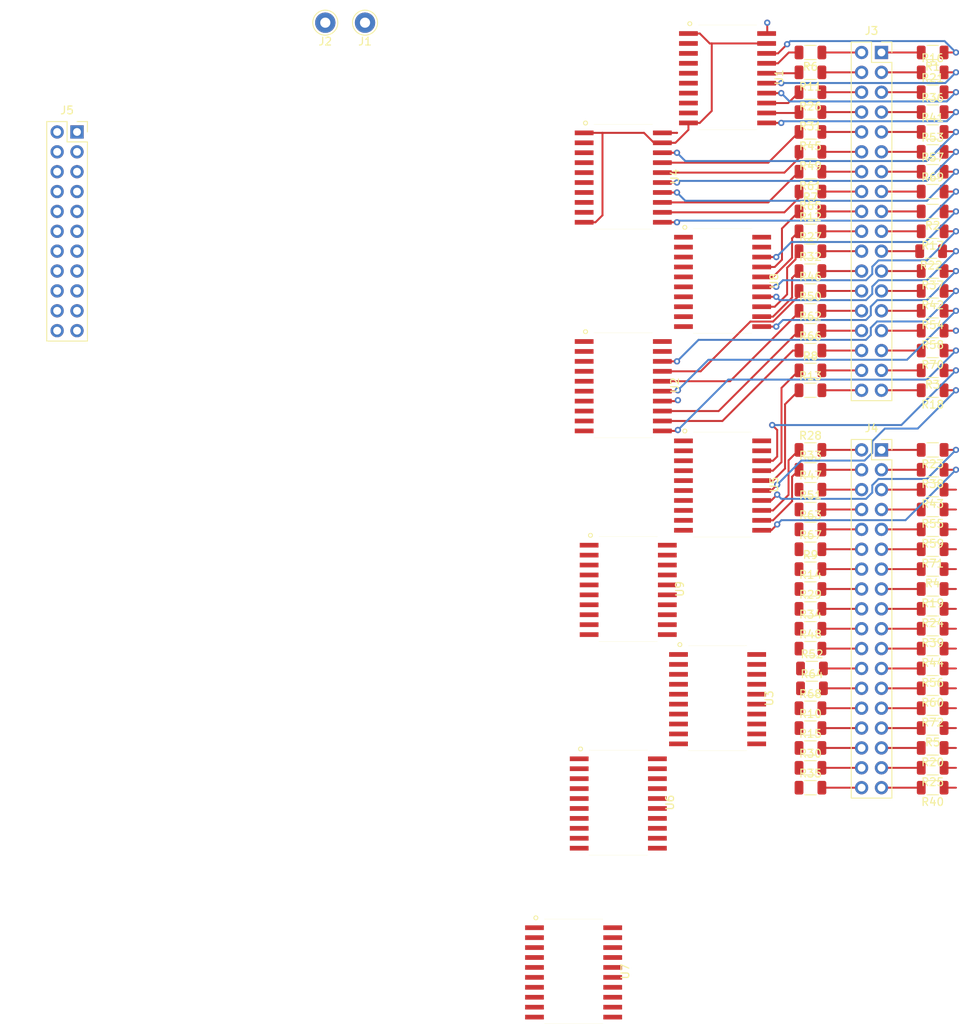
<source format=kicad_pcb>
(kicad_pcb (version 20171130) (host pcbnew 5.1.10-88a1d61d58~90~ubuntu20.10.1)
  (layers (0 F.Cu signal) (31 B.Cu signal) (34 B.Paste user) (35 F.Paste user) (36 B.SilkS user) (37 F.SilkS user) (38 B.Mask user) (39 F.Mask user) (44 Edge.Cuts user))
  (net 0 "")
  (net 1 /Vcc)
  (net 2 /gnd)
  (net 3 /TOP_SEL9)
  (net 4 /TOP_SYNC9)
  (net 5 /TOP_CLK9)
  (net 6 /TOP_D9_OUT)
  (net 7 /TOP_SEL8)
  (net 8 /TOP_SYNC8)
  (net 9 /TOP_CLK8)
  (net 10 /TOP_D8_OUT)
  (net 11 /TOP_SEL7)
  (net 12 /TOP_SYNC7)
  (net 13 /TOP_CLK7)
  (net 14 /TOP_D7_OUT)
  (net 15 /TOP_SEL6)
  (net 16 /TOP_SYNC6)
  (net 17 /TOP_CLK6)
  (net 18 /TOP_D6_OUT)
  (net 19 /TOP_SEL5)
  (net 20 /TOP_SYNC5)
  (net 21 /TOP_CLK5)
  (net 22 /TOP_D5_OUT)
  (net 23 /TOP_SEL4)
  (net 24 /TOP_SYNC4)
  (net 25 /TOP_CLK4)
  (net 26 /TOP_D4_OUT)
  (net 27 /TOP_SEL3)
  (net 28 /TOP_SYNC3)
  (net 29 /TOP_CLK3)
  (net 30 /TOP_D3_OUT)
  (net 31 /TOP_SEL2)
  (net 32 /TOP_SYNC2)
  (net 33 /TOP_CLK2)
  (net 34 /TOP_D2_OUT)
  (net 35 /TOP_SEL1)
  (net 36 /TOP_SYNC1)
  (net 37 /TOP_CLK1)
  (net 38 /TOP_D1_OUT)
  (net 39 /BOT_SEL9)
  (net 40 /BOT_SYNC9)
  (net 41 /BOT_CLK9)
  (net 42 /BOT_D9_OUT)
  (net 43 /BOT_SEL8)
  (net 44 /BOT_SYNC8)
  (net 45 /BOT_CLK8)
  (net 46 /BOT_D8_OUT)
  (net 47 /BOT_SEL7)
  (net 48 /BOT_SYNC7)
  (net 49 /BOT_CLK7)
  (net 50 /BOT_D7_OUT)
  (net 51 /BOT_SEL6)
  (net 52 /BOT_SYNC6)
  (net 53 /BOT_CLK6)
  (net 54 /BOT_D6_OUT)
  (net 55 /BOT_SEL5)
  (net 56 /BOT_SYNC5)
  (net 57 /BOT_CLK5)
  (net 58 /BOT_D5_OUT)
  (net 59 /BOT_SEL4)
  (net 60 /BOT_SYNC4)
  (net 61 /BOT_CLK4)
  (net 62 /BOT_D4_OUT)
  (net 63 /BOT_SEL3)
  (net 64 /BOT_SYNC3)
  (net 65 /BOT_CLK3)
  (net 66 /BOT_D3_OUT)
  (net 67 /BOT_SEL2)
  (net 68 /BOT_SYNC2)
  (net 69 /BOT_CLK2)
  (net 70 /BOT_D2_OUT)
  (net 71 /BOT_SEL1)
  (net 72 /BOT_SYNC1)
  (net 73 /BOT_CLK1)
  (net 74 /BOT_D1_OUT)
  (net 75 /X)
  (net 76 /sel)
  (net 77 /sync)
  (net 78 /clk)
  (net 79 /BOT_D9)
  (net 80 /BOT_D8)
  (net 81 /BOT_D7)
  (net 82 /BOT_D6)
  (net 83 /BOT_D5)
  (net 84 /BOT_D4)
  (net 85 /BOT_D3)
  (net 86 /BOT_D2)
  (net 87 /BOT_D1)
  (net 88 /TOP_D9)
  (net 89 /TOP_D8)
  (net 90 /TOP_D7)
  (net 91 /TOP_D6)
  (net 92 /TOP_D5)
  (net 93 /TOP_D4)
  (net 94 /TOP_D3)
  (net 95 /TOP_D2)
  (net 96 /TOP_D1)
  (net 97 /TOP_D1_R)
  (net 98 /TOP_D5_R)
  (net 99 /TOP_D9_R)
  (net 100 /BOT_D4_R)
  (net 101 /BOT_D8_R)
  (net 102 /TOP_CLK1_R)
  (net 103 /TOP_CLK5_R)
  (net 104 /TOP_CLK9_R)
  (net 105 /BOT_CLK4_R)
  (net 106 /BOT_CLK8_R)
  (net 107 /TOP_SEL1_R)
  (net 108 /TOP_SEL5_R)
  (net 109 /TOP_SEL9_R)
  (net 110 /BOT_SEL4_R)
  (net 111 /BOT_SEL8_R)
  (net 112 /TOP_SYNC1_R)
  (net 113 /TOP_SYNC5_R)
  (net 114 /TOP_SYNC9_R)
  (net 115 /BOT_SYNC4_R)
  (net 116 /BOT_SYNC8_R)
  (net 117 /TOP_D2_R)
  (net 118 /TOP_D6_R)
  (net 119 /BOT_D1_R)
  (net 120 /BOT_D5_R)
  (net 121 /BOT_D9_R)
  (net 122 /TOP_CLK2_R)
  (net 123 /TOP_CLK6_R)
  (net 124 /BOT_CLK1_R)
  (net 125 /BOT_CLK5_R)
  (net 126 /BOT_CLK9_R)
  (net 127 /TOP_SEL2_R)
  (net 128 /TOP_SEL6_R)
  (net 129 /BOT_SEL1_R)
  (net 130 /BOT_SEL5_R)
  (net 131 /BOT_SEL9_R)
  (net 132 /TOP_SYNC2_R)
  (net 133 /TOP_SYNC6_R)
  (net 134 /BOT_SYNC1_R)
  (net 135 /BOT_SYNC5_R)
  (net 136 /BOT_SYNC9_R)
  (net 137 /TOP_D3_R)
  (net 138 /TOP_D7_R)
  (net 139 /BOT_D2_R)
  (net 140 /BOT_D6_R)
  (net 141 /TOP_CLK3_R)
  (net 142 /TOP_CLK7_R)
  (net 143 /BOT_CLK2_R)
  (net 144 /BOT_CLK6_R)
  (net 145 /TOP_SEL7_R)
  (net 146 /BOT_SEL2_R)
  (net 147 /BOT_SEL6_R)
  (net 148 /TOP_SYNC3_R)
  (net 149 /TOP_SYNC7_R)
  (net 150 /BOT_SYNC2_R)
  (net 151 /BOT_SYNC6_R)
  (net 152 /TOP_D4_R)
  (net 153 /TOP_D8_R)
  (net 154 /BOT_D3_R)
  (net 155 /BOT_D7_R)
  (net 156 /TOP_CLK4_R)
  (net 157 /TOP_CLK8_R)
  (net 158 /BOT_CLK3_R)
  (net 159 /BOT_CLK7_R)
  (net 160 /TOP_SEL4_R)
  (net 161 /TOP_SEL8_R)
  (net 162 /BOT_SEL3_R)
  (net 163 /BOT_SEL7_R)
  (net 164 /TOP_SYNC4_R)
  (net 165 /TOP_SYNC8_R)
  (net 166 /BOT_SYNC3_R)
  (net 167 /BOT_SYNC7_R)
  (net 168 /TOP_SEL3_R)
  (module buffer_board:74HC541 (layer F.Cu) (at 236.22 37.465 270)
    (fp_text reference U4 (at 0 -6.604 90) (layer F.SilkS))
    (fp_text value 74LS541)
    (pad 11 smd rect (at 5.83 -5 270) (size 0.6 2.4) (layers F.Cu F.Paste F.Mask) (net 164 /TOP_SYNC4_R))
    (pad 12 smd rect (at 4.56 -5 270) (size 0.6 2.4) (layers F.Cu F.Paste F.Mask) (net 160 /TOP_SEL4_R))
    (pad 13 smd rect (at 3.29 -5 270) (size 0.6 2.4) (layers F.Cu F.Paste F.Mask) (net 156 /TOP_CLK4_R))
    (pad 14 smd rect (at 2.02 -5 270) (size 0.6 2.4) (layers F.Cu F.Paste F.Mask) (net 152 /TOP_D4_R))
    (pad 15 smd rect (at 0.75 -5 270) (size 0.6 2.4) (layers F.Cu F.Paste F.Mask) (net 148 /TOP_SYNC3_R))
    (pad 16 smd rect (at -0.52 -5 270) (size 0.6 2.4) (layers F.Cu F.Paste F.Mask) (net 168 /TOP_SEL3_R))
    (pad 17 smd rect (at -1.79 -5 270) (size 0.6 2.4) (layers F.Cu F.Paste F.Mask) (net 141 /TOP_CLK3_R))
    (pad 18 smd rect (at -3.06 -5 270) (size 0.6 2.4) (layers F.Cu F.Paste F.Mask) (net 137 /TOP_D3_R))
    (pad 19 smd rect (at -4.33 -5 270) (size 0.6 2.4) (layers F.Cu F.Paste F.Mask) (net 2 /gnd))
    (pad 20 smd rect (at -5.6 -5 270) (size 0.6 2.4) (layers F.Cu F.Paste F.Mask) (net 1 /Vcc))
    (pad 10 smd rect (at 5.83 5 270) (size 0.6 2.4) (layers F.Cu F.Paste F.Mask) (net 2 /gnd))
    (pad 9 smd rect (at 4.56 5 270) (size 0.6 2.4) (layers F.Cu F.Paste F.Mask) (net 77 /sync))
    (pad 8 smd rect (at 3.29 5 270) (size 0.6 2.4) (layers F.Cu F.Paste F.Mask) (net 76 /sel))
    (pad 7 smd rect (at 2.02 5 270) (size 0.6 2.4) (layers F.Cu F.Paste F.Mask) (net 78 /clk))
    (pad 6 smd rect (at 0.75 5 270) (size 0.6 2.4) (layers F.Cu F.Paste F.Mask) (net 93 /TOP_D4))
    (pad 5 smd rect (at -0.52 5 270) (size 0.6 2.4) (layers F.Cu F.Paste F.Mask) (net 77 /sync))
    (pad 4 smd rect (at -1.79 5 270) (size 0.6 2.4) (layers F.Cu F.Paste F.Mask) (net 76 /sel))
    (pad 3 smd rect (at -3.06 5 270) (size 0.6 2.4) (layers F.Cu F.Paste F.Mask) (net 78 /clk))
    (pad 2 smd rect (at -4.33 5 270) (size 0.6 2.4) (layers F.Cu F.Paste F.Mask) (net 94 /TOP_D3))
    (pad 1 smd rect (at -5.6 5 270) (size 0.6 2.4) (layers F.Cu F.Paste F.Mask) (net 2 /gnd))
  )
  (module buffer_board:74HC541 (layer F.Cu) (at 248.285 104.14 270)
    (fp_text reference U3 (at 0 -6.604 90) (layer F.SilkS))
    (fp_text value 74LS541)
    (pad 11 smd rect (at 5.83 -5 270) (size 0.6 2.4) (layers F.Cu F.Paste F.Mask) (net 135 /BOT_SYNC5_R))
    (pad 12 smd rect (at 4.56 -5 270) (size 0.6 2.4) (layers F.Cu F.Paste F.Mask) (net 130 /BOT_SEL5_R))
    (pad 13 smd rect (at 3.29 -5 270) (size 0.6 2.4) (layers F.Cu F.Paste F.Mask) (net 125 /BOT_CLK5_R))
    (pad 14 smd rect (at 2.02 -5 270) (size 0.6 2.4) (layers F.Cu F.Paste F.Mask) (net 120 /BOT_D5_R))
    (pad 15 smd rect (at 0.75 -5 270) (size 0.6 2.4) (layers F.Cu F.Paste F.Mask) (net 115 /BOT_SYNC4_R))
    (pad 16 smd rect (at -0.52 -5 270) (size 0.6 2.4) (layers F.Cu F.Paste F.Mask) (net 110 /BOT_SEL4_R))
    (pad 17 smd rect (at -1.79 -5 270) (size 0.6 2.4) (layers F.Cu F.Paste F.Mask) (net 105 /BOT_CLK4_R))
    (pad 18 smd rect (at -3.06 -5 270) (size 0.6 2.4) (layers F.Cu F.Paste F.Mask) (net 100 /BOT_D4_R))
    (pad 19 smd rect (at -4.33 -5 270) (size 0.6 2.4) (layers F.Cu F.Paste F.Mask) (net 2 /gnd))
    (pad 20 smd rect (at -5.6 -5 270) (size 0.6 2.4) (layers F.Cu F.Paste F.Mask) (net 1 /Vcc))
    (pad 10 smd rect (at 5.83 5 270) (size 0.6 2.4) (layers F.Cu F.Paste F.Mask) (net 2 /gnd))
    (pad 9 smd rect (at 4.56 5 270) (size 0.6 2.4) (layers F.Cu F.Paste F.Mask) (net 77 /sync))
    (pad 8 smd rect (at 3.29 5 270) (size 0.6 2.4) (layers F.Cu F.Paste F.Mask) (net 76 /sel))
    (pad 7 smd rect (at 2.02 5 270) (size 0.6 2.4) (layers F.Cu F.Paste F.Mask) (net 78 /clk))
    (pad 6 smd rect (at 0.75 5 270) (size 0.6 2.4) (layers F.Cu F.Paste F.Mask) (net 83 /BOT_D5))
    (pad 5 smd rect (at -0.52 5 270) (size 0.6 2.4) (layers F.Cu F.Paste F.Mask) (net 77 /sync))
    (pad 4 smd rect (at -1.79 5 270) (size 0.6 2.4) (layers F.Cu F.Paste F.Mask) (net 76 /sel))
    (pad 3 smd rect (at -3.06 5 270) (size 0.6 2.4) (layers F.Cu F.Paste F.Mask) (net 78 /clk))
    (pad 2 smd rect (at -4.33 5 270) (size 0.6 2.4) (layers F.Cu F.Paste F.Mask) (net 84 /BOT_D4))
    (pad 1 smd rect (at -5.6 5 270) (size 0.6 2.4) (layers F.Cu F.Paste F.Mask) (net 2 /gnd))
  )
  (module buffer_board:74HC541 (layer F.Cu) (at 236.855 90.17 270)
    (fp_text reference U9 (at 0 -6.604 90) (layer F.SilkS))
    (fp_text value 74LS541)
    (pad 11 smd rect (at 5.83 -5 270) (size 0.6 2.4) (layers F.Cu F.Paste F.Mask) (net 166 /BOT_SYNC3_R))
    (pad 12 smd rect (at 4.56 -5 270) (size 0.6 2.4) (layers F.Cu F.Paste F.Mask) (net 162 /BOT_SEL3_R))
    (pad 13 smd rect (at 3.29 -5 270) (size 0.6 2.4) (layers F.Cu F.Paste F.Mask) (net 158 /BOT_CLK3_R))
    (pad 14 smd rect (at 2.02 -5 270) (size 0.6 2.4) (layers F.Cu F.Paste F.Mask) (net 154 /BOT_D3_R))
    (pad 15 smd rect (at 0.75 -5 270) (size 0.6 2.4) (layers F.Cu F.Paste F.Mask) (net 150 /BOT_SYNC2_R))
    (pad 16 smd rect (at -0.52 -5 270) (size 0.6 2.4) (layers F.Cu F.Paste F.Mask) (net 146 /BOT_SEL2_R))
    (pad 17 smd rect (at -1.79 -5 270) (size 0.6 2.4) (layers F.Cu F.Paste F.Mask) (net 143 /BOT_CLK2_R))
    (pad 18 smd rect (at -3.06 -5 270) (size 0.6 2.4) (layers F.Cu F.Paste F.Mask) (net 139 /BOT_D2_R))
    (pad 19 smd rect (at -4.33 -5 270) (size 0.6 2.4) (layers F.Cu F.Paste F.Mask) (net 2 /gnd))
    (pad 20 smd rect (at -5.6 -5 270) (size 0.6 2.4) (layers F.Cu F.Paste F.Mask) (net 1 /Vcc))
    (pad 10 smd rect (at 5.83 5 270) (size 0.6 2.4) (layers F.Cu F.Paste F.Mask) (net 2 /gnd))
    (pad 9 smd rect (at 4.56 5 270) (size 0.6 2.4) (layers F.Cu F.Paste F.Mask) (net 77 /sync))
    (pad 8 smd rect (at 3.29 5 270) (size 0.6 2.4) (layers F.Cu F.Paste F.Mask) (net 76 /sel))
    (pad 7 smd rect (at 2.02 5 270) (size 0.6 2.4) (layers F.Cu F.Paste F.Mask) (net 78 /clk))
    (pad 6 smd rect (at 0.75 5 270) (size 0.6 2.4) (layers F.Cu F.Paste F.Mask) (net 85 /BOT_D3))
    (pad 5 smd rect (at -0.52 5 270) (size 0.6 2.4) (layers F.Cu F.Paste F.Mask) (net 77 /sync))
    (pad 4 smd rect (at -1.79 5 270) (size 0.6 2.4) (layers F.Cu F.Paste F.Mask) (net 76 /sel))
    (pad 3 smd rect (at -3.06 5 270) (size 0.6 2.4) (layers F.Cu F.Paste F.Mask) (net 78 /clk))
    (pad 2 smd rect (at -4.33 5 270) (size 0.6 2.4) (layers F.Cu F.Paste F.Mask) (net 86 /BOT_D2))
    (pad 1 smd rect (at -5.6 5 270) (size 0.6 2.4) (layers F.Cu F.Paste F.Mask) (net 2 /gnd))
  )
  (module buffer_board:74HC541 (layer F.Cu) (at 248.92 50.8 270)
    (fp_text reference U8 (at 0 -6.604 90) (layer F.SilkS))
    (fp_text value 74LS541)
    (pad 11 smd rect (at 5.83 -5 270) (size 0.6 2.4) (layers F.Cu F.Paste F.Mask) (net 133 /TOP_SYNC6_R))
    (pad 12 smd rect (at 4.56 -5 270) (size 0.6 2.4) (layers F.Cu F.Paste F.Mask) (net 128 /TOP_SEL6_R))
    (pad 13 smd rect (at 3.29 -5 270) (size 0.6 2.4) (layers F.Cu F.Paste F.Mask) (net 123 /TOP_CLK6_R))
    (pad 14 smd rect (at 2.02 -5 270) (size 0.6 2.4) (layers F.Cu F.Paste F.Mask) (net 118 /TOP_D6_R))
    (pad 15 smd rect (at 0.75 -5 270) (size 0.6 2.4) (layers F.Cu F.Paste F.Mask) (net 113 /TOP_SYNC5_R))
    (pad 16 smd rect (at -0.52 -5 270) (size 0.6 2.4) (layers F.Cu F.Paste F.Mask) (net 108 /TOP_SEL5_R))
    (pad 17 smd rect (at -1.79 -5 270) (size 0.6 2.4) (layers F.Cu F.Paste F.Mask) (net 103 /TOP_CLK5_R))
    (pad 18 smd rect (at -3.06 -5 270) (size 0.6 2.4) (layers F.Cu F.Paste F.Mask) (net 98 /TOP_D5_R))
    (pad 19 smd rect (at -4.33 -5 270) (size 0.6 2.4) (layers F.Cu F.Paste F.Mask) (net 2 /gnd))
    (pad 20 smd rect (at -5.6 -5 270) (size 0.6 2.4) (layers F.Cu F.Paste F.Mask) (net 1 /Vcc))
    (pad 10 smd rect (at 5.83 5 270) (size 0.6 2.4) (layers F.Cu F.Paste F.Mask) (net 2 /gnd))
    (pad 9 smd rect (at 4.56 5 270) (size 0.6 2.4) (layers F.Cu F.Paste F.Mask) (net 77 /sync))
    (pad 8 smd rect (at 3.29 5 270) (size 0.6 2.4) (layers F.Cu F.Paste F.Mask) (net 76 /sel))
    (pad 7 smd rect (at 2.02 5 270) (size 0.6 2.4) (layers F.Cu F.Paste F.Mask) (net 78 /clk))
    (pad 6 smd rect (at 0.75 5 270) (size 0.6 2.4) (layers F.Cu F.Paste F.Mask) (net 91 /TOP_D6))
    (pad 5 smd rect (at -0.52 5 270) (size 0.6 2.4) (layers F.Cu F.Paste F.Mask) (net 77 /sync))
    (pad 4 smd rect (at -1.79 5 270) (size 0.6 2.4) (layers F.Cu F.Paste F.Mask) (net 76 /sel))
    (pad 3 smd rect (at -3.06 5 270) (size 0.6 2.4) (layers F.Cu F.Paste F.Mask) (net 78 /clk))
    (pad 2 smd rect (at -4.33 5 270) (size 0.6 2.4) (layers F.Cu F.Paste F.Mask) (net 92 /TOP_D5))
    (pad 1 smd rect (at -5.6 5 270) (size 0.6 2.4) (layers F.Cu F.Paste F.Mask) (net 2 /gnd))
  )
  (module buffer_board:74HC541 (layer F.Cu) (at 229.87 139.065 270)
    (fp_text reference U7 (at 0 -6.604 90) (layer F.SilkS))
    (fp_text value 74LS541)
    (pad 11 smd rect (at 5.83 -5 270) (size 0.6 2.4) (layers F.Cu F.Paste F.Mask) (net 136 /BOT_SYNC9_R))
    (pad 12 smd rect (at 4.56 -5 270) (size 0.6 2.4) (layers F.Cu F.Paste F.Mask) (net 131 /BOT_SEL9_R))
    (pad 13 smd rect (at 3.29 -5 270) (size 0.6 2.4) (layers F.Cu F.Paste F.Mask) (net 126 /BOT_CLK9_R))
    (pad 14 smd rect (at 2.02 -5 270) (size 0.6 2.4) (layers F.Cu F.Paste F.Mask) (net 121 /BOT_D9_R))
    (pad 15 smd rect (at 0.75 -5 270) (size 0.6 2.4) (layers F.Cu F.Paste F.Mask) (net 116 /BOT_SYNC8_R))
    (pad 16 smd rect (at -0.52 -5 270) (size 0.6 2.4) (layers F.Cu F.Paste F.Mask) (net 111 /BOT_SEL8_R))
    (pad 17 smd rect (at -1.79 -5 270) (size 0.6 2.4) (layers F.Cu F.Paste F.Mask) (net 106 /BOT_CLK8_R))
    (pad 18 smd rect (at -3.06 -5 270) (size 0.6 2.4) (layers F.Cu F.Paste F.Mask) (net 101 /BOT_D8_R))
    (pad 19 smd rect (at -4.33 -5 270) (size 0.6 2.4) (layers F.Cu F.Paste F.Mask) (net 2 /gnd))
    (pad 20 smd rect (at -5.6 -5 270) (size 0.6 2.4) (layers F.Cu F.Paste F.Mask) (net 1 /Vcc))
    (pad 10 smd rect (at 5.83 5 270) (size 0.6 2.4) (layers F.Cu F.Paste F.Mask) (net 2 /gnd))
    (pad 9 smd rect (at 4.56 5 270) (size 0.6 2.4) (layers F.Cu F.Paste F.Mask) (net 77 /sync))
    (pad 8 smd rect (at 3.29 5 270) (size 0.6 2.4) (layers F.Cu F.Paste F.Mask) (net 76 /sel))
    (pad 7 smd rect (at 2.02 5 270) (size 0.6 2.4) (layers F.Cu F.Paste F.Mask) (net 78 /clk))
    (pad 6 smd rect (at 0.75 5 270) (size 0.6 2.4) (layers F.Cu F.Paste F.Mask) (net 79 /BOT_D9))
    (pad 5 smd rect (at -0.52 5 270) (size 0.6 2.4) (layers F.Cu F.Paste F.Mask) (net 77 /sync))
    (pad 4 smd rect (at -1.79 5 270) (size 0.6 2.4) (layers F.Cu F.Paste F.Mask) (net 76 /sel))
    (pad 3 smd rect (at -3.06 5 270) (size 0.6 2.4) (layers F.Cu F.Paste F.Mask) (net 78 /clk))
    (pad 2 smd rect (at -4.33 5 270) (size 0.6 2.4) (layers F.Cu F.Paste F.Mask) (net 80 /BOT_D8))
    (pad 1 smd rect (at -5.6 5 270) (size 0.6 2.4) (layers F.Cu F.Paste F.Mask) (net 2 /gnd))
  )
  (module buffer_board:74HC541 (layer F.Cu) (at 235.585 117.475 270)
    (fp_text reference U6 (at 0 -6.604 90) (layer F.SilkS))
    (fp_text value 74LS541)
    (pad 11 smd rect (at 5.83 -5 270) (size 0.6 2.4) (layers F.Cu F.Paste F.Mask) (net 167 /BOT_SYNC7_R))
    (pad 12 smd rect (at 4.56 -5 270) (size 0.6 2.4) (layers F.Cu F.Paste F.Mask) (net 163 /BOT_SEL7_R))
    (pad 13 smd rect (at 3.29 -5 270) (size 0.6 2.4) (layers F.Cu F.Paste F.Mask) (net 159 /BOT_CLK7_R))
    (pad 14 smd rect (at 2.02 -5 270) (size 0.6 2.4) (layers F.Cu F.Paste F.Mask) (net 155 /BOT_D7_R))
    (pad 15 smd rect (at 0.75 -5 270) (size 0.6 2.4) (layers F.Cu F.Paste F.Mask) (net 151 /BOT_SYNC6_R))
    (pad 16 smd rect (at -0.52 -5 270) (size 0.6 2.4) (layers F.Cu F.Paste F.Mask) (net 147 /BOT_SEL6_R))
    (pad 17 smd rect (at -1.79 -5 270) (size 0.6 2.4) (layers F.Cu F.Paste F.Mask) (net 144 /BOT_CLK6_R))
    (pad 18 smd rect (at -3.06 -5 270) (size 0.6 2.4) (layers F.Cu F.Paste F.Mask) (net 140 /BOT_D6_R))
    (pad 19 smd rect (at -4.33 -5 270) (size 0.6 2.4) (layers F.Cu F.Paste F.Mask) (net 2 /gnd))
    (pad 20 smd rect (at -5.6 -5 270) (size 0.6 2.4) (layers F.Cu F.Paste F.Mask) (net 1 /Vcc))
    (pad 10 smd rect (at 5.83 5 270) (size 0.6 2.4) (layers F.Cu F.Paste F.Mask) (net 2 /gnd))
    (pad 9 smd rect (at 4.56 5 270) (size 0.6 2.4) (layers F.Cu F.Paste F.Mask) (net 77 /sync))
    (pad 8 smd rect (at 3.29 5 270) (size 0.6 2.4) (layers F.Cu F.Paste F.Mask) (net 76 /sel))
    (pad 7 smd rect (at 2.02 5 270) (size 0.6 2.4) (layers F.Cu F.Paste F.Mask) (net 78 /clk))
    (pad 6 smd rect (at 0.75 5 270) (size 0.6 2.4) (layers F.Cu F.Paste F.Mask) (net 81 /BOT_D7))
    (pad 5 smd rect (at -0.52 5 270) (size 0.6 2.4) (layers F.Cu F.Paste F.Mask) (net 77 /sync))
    (pad 4 smd rect (at -1.79 5 270) (size 0.6 2.4) (layers F.Cu F.Paste F.Mask) (net 76 /sel))
    (pad 3 smd rect (at -3.06 5 270) (size 0.6 2.4) (layers F.Cu F.Paste F.Mask) (net 78 /clk))
    (pad 2 smd rect (at -4.33 5 270) (size 0.6 2.4) (layers F.Cu F.Paste F.Mask) (net 82 /BOT_D6))
    (pad 1 smd rect (at -5.6 5 270) (size 0.6 2.4) (layers F.Cu F.Paste F.Mask) (net 2 /gnd))
  )
  (module buffer_board:74HC541 (layer F.Cu) (at 248.92 76.835 270)
    (fp_text reference U5 (at 0 -6.604 90) (layer F.SilkS))
    (fp_text value 74LS541)
    (pad 11 smd rect (at 5.83 -5 270) (size 0.6 2.4) (layers F.Cu F.Paste F.Mask) (net 134 /BOT_SYNC1_R))
    (pad 12 smd rect (at 4.56 -5 270) (size 0.6 2.4) (layers F.Cu F.Paste F.Mask) (net 129 /BOT_SEL1_R))
    (pad 13 smd rect (at 3.29 -5 270) (size 0.6 2.4) (layers F.Cu F.Paste F.Mask) (net 124 /BOT_CLK1_R))
    (pad 14 smd rect (at 2.02 -5 270) (size 0.6 2.4) (layers F.Cu F.Paste F.Mask) (net 119 /BOT_D1_R))
    (pad 15 smd rect (at 0.75 -5 270) (size 0.6 2.4) (layers F.Cu F.Paste F.Mask) (net 114 /TOP_SYNC9_R))
    (pad 16 smd rect (at -0.52 -5 270) (size 0.6 2.4) (layers F.Cu F.Paste F.Mask) (net 109 /TOP_SEL9_R))
    (pad 17 smd rect (at -1.79 -5 270) (size 0.6 2.4) (layers F.Cu F.Paste F.Mask) (net 104 /TOP_CLK9_R))
    (pad 18 smd rect (at -3.06 -5 270) (size 0.6 2.4) (layers F.Cu F.Paste F.Mask) (net 99 /TOP_D9_R))
    (pad 19 smd rect (at -4.33 -5 270) (size 0.6 2.4) (layers F.Cu F.Paste F.Mask) (net 2 /gnd))
    (pad 20 smd rect (at -5.6 -5 270) (size 0.6 2.4) (layers F.Cu F.Paste F.Mask) (net 1 /Vcc))
    (pad 10 smd rect (at 5.83 5 270) (size 0.6 2.4) (layers F.Cu F.Paste F.Mask) (net 2 /gnd))
    (pad 9 smd rect (at 4.56 5 270) (size 0.6 2.4) (layers F.Cu F.Paste F.Mask) (net 77 /sync))
    (pad 8 smd rect (at 3.29 5 270) (size 0.6 2.4) (layers F.Cu F.Paste F.Mask) (net 76 /sel))
    (pad 7 smd rect (at 2.02 5 270) (size 0.6 2.4) (layers F.Cu F.Paste F.Mask) (net 78 /clk))
    (pad 6 smd rect (at 0.75 5 270) (size 0.6 2.4) (layers F.Cu F.Paste F.Mask) (net 87 /BOT_D1))
    (pad 5 smd rect (at -0.52 5 270) (size 0.6 2.4) (layers F.Cu F.Paste F.Mask) (net 77 /sync))
    (pad 4 smd rect (at -1.79 5 270) (size 0.6 2.4) (layers F.Cu F.Paste F.Mask) (net 76 /sel))
    (pad 3 smd rect (at -3.06 5 270) (size 0.6 2.4) (layers F.Cu F.Paste F.Mask) (net 78 /clk))
    (pad 2 smd rect (at -4.33 5 270) (size 0.6 2.4) (layers F.Cu F.Paste F.Mask) (net 88 /TOP_D9))
    (pad 1 smd rect (at -5.6 5 270) (size 0.6 2.4) (layers F.Cu F.Paste F.Mask) (net 2 /gnd))
  )
  (module buffer_board:74HC541 (layer F.Cu) (at 249.555 24.765 270)
    (fp_text reference U1 (at 0 -6.604 90) (layer F.SilkS))
    (fp_text value 74LS541)
    (pad 11 smd rect (at 5.83 -5 270) (size 0.6 2.4) (layers F.Cu F.Paste F.Mask) (net 132 /TOP_SYNC2_R))
    (pad 12 smd rect (at 4.56 -5 270) (size 0.6 2.4) (layers F.Cu F.Paste F.Mask) (net 127 /TOP_SEL2_R))
    (pad 13 smd rect (at 3.29 -5 270) (size 0.6 2.4) (layers F.Cu F.Paste F.Mask) (net 122 /TOP_CLK2_R))
    (pad 14 smd rect (at 2.02 -5 270) (size 0.6 2.4) (layers F.Cu F.Paste F.Mask) (net 117 /TOP_D2_R))
    (pad 15 smd rect (at 0.75 -5 270) (size 0.6 2.4) (layers F.Cu F.Paste F.Mask) (net 112 /TOP_SYNC1_R))
    (pad 16 smd rect (at -0.52 -5 270) (size 0.6 2.4) (layers F.Cu F.Paste F.Mask) (net 107 /TOP_SEL1_R))
    (pad 17 smd rect (at -1.79 -5 270) (size 0.6 2.4) (layers F.Cu F.Paste F.Mask) (net 102 /TOP_CLK1_R))
    (pad 18 smd rect (at -3.06 -5 270) (size 0.6 2.4) (layers F.Cu F.Paste F.Mask) (net 97 /TOP_D1_R))
    (pad 19 smd rect (at -4.33 -5 270) (size 0.6 2.4) (layers F.Cu F.Paste F.Mask) (net 2 /gnd))
    (pad 20 smd rect (at -5.6 -5 270) (size 0.6 2.4) (layers F.Cu F.Paste F.Mask) (net 1 /Vcc))
    (pad 10 smd rect (at 5.83 5 270) (size 0.6 2.4) (layers F.Cu F.Paste F.Mask) (net 2 /gnd))
    (pad 9 smd rect (at 4.56 5 270) (size 0.6 2.4) (layers F.Cu F.Paste F.Mask) (net 77 /sync))
    (pad 8 smd rect (at 3.29 5 270) (size 0.6 2.4) (layers F.Cu F.Paste F.Mask) (net 76 /sel))
    (pad 7 smd rect (at 2.02 5 270) (size 0.6 2.4) (layers F.Cu F.Paste F.Mask) (net 78 /clk))
    (pad 6 smd rect (at 0.75 5 270) (size 0.6 2.4) (layers F.Cu F.Paste F.Mask) (net 95 /TOP_D2))
    (pad 5 smd rect (at -0.52 5 270) (size 0.6 2.4) (layers F.Cu F.Paste F.Mask) (net 77 /sync))
    (pad 4 smd rect (at -1.79 5 270) (size 0.6 2.4) (layers F.Cu F.Paste F.Mask) (net 76 /sel))
    (pad 3 smd rect (at -3.06 5 270) (size 0.6 2.4) (layers F.Cu F.Paste F.Mask) (net 78 /clk))
    (pad 2 smd rect (at -4.33 5 270) (size 0.6 2.4) (layers F.Cu F.Paste F.Mask) (net 96 /TOP_D1))
    (pad 1 smd rect (at -5.6 5 270) (size 0.6 2.4) (layers F.Cu F.Paste F.Mask) (net 2 /gnd))
  )
  (module buffer_board:74HC541 (layer F.Cu) (at 236.22 64.135 270)
    (fp_text reference U2 (at 0 -6.604 90) (layer F.SilkS))
    (fp_text value 74LS541)
    (pad 11 smd rect (at 5.83 -5 270) (size 0.6 2.4) (layers F.Cu F.Paste F.Mask) (net 165 /TOP_SYNC8_R))
    (pad 12 smd rect (at 4.56 -5 270) (size 0.6 2.4) (layers F.Cu F.Paste F.Mask) (net 161 /TOP_SEL8_R))
    (pad 13 smd rect (at 3.29 -5 270) (size 0.6 2.4) (layers F.Cu F.Paste F.Mask) (net 157 /TOP_CLK8_R))
    (pad 14 smd rect (at 2.02 -5 270) (size 0.6 2.4) (layers F.Cu F.Paste F.Mask) (net 153 /TOP_D8_R))
    (pad 15 smd rect (at 0.75 -5 270) (size 0.6 2.4) (layers F.Cu F.Paste F.Mask) (net 149 /TOP_SYNC7_R))
    (pad 16 smd rect (at -0.52 -5 270) (size 0.6 2.4) (layers F.Cu F.Paste F.Mask) (net 145 /TOP_SEL7_R))
    (pad 17 smd rect (at -1.79 -5 270) (size 0.6 2.4) (layers F.Cu F.Paste F.Mask) (net 142 /TOP_CLK7_R))
    (pad 18 smd rect (at -3.06 -5 270) (size 0.6 2.4) (layers F.Cu F.Paste F.Mask) (net 138 /TOP_D7_R))
    (pad 19 smd rect (at -4.33 -5 270) (size 0.6 2.4) (layers F.Cu F.Paste F.Mask) (net 2 /gnd))
    (pad 20 smd rect (at -5.6 -5 270) (size 0.6 2.4) (layers F.Cu F.Paste F.Mask) (net 1 /Vcc))
    (pad 10 smd rect (at 5.83 5 270) (size 0.6 2.4) (layers F.Cu F.Paste F.Mask) (net 2 /gnd))
    (pad 9 smd rect (at 4.56 5 270) (size 0.6 2.4) (layers F.Cu F.Paste F.Mask) (net 77 /sync))
    (pad 8 smd rect (at 3.29 5 270) (size 0.6 2.4) (layers F.Cu F.Paste F.Mask) (net 76 /sel))
    (pad 7 smd rect (at 2.02 5 270) (size 0.6 2.4) (layers F.Cu F.Paste F.Mask) (net 78 /clk))
    (pad 6 smd rect (at 0.75 5 270) (size 0.6 2.4) (layers F.Cu F.Paste F.Mask) (net 89 /TOP_D8))
    (pad 5 smd rect (at -0.52 5 270) (size 0.6 2.4) (layers F.Cu F.Paste F.Mask) (net 77 /sync))
    (pad 4 smd rect (at -1.79 5 270) (size 0.6 2.4) (layers F.Cu F.Paste F.Mask) (net 76 /sel))
    (pad 3 smd rect (at -3.06 5 270) (size 0.6 2.4) (layers F.Cu F.Paste F.Mask) (net 78 /clk))
    (pad 2 smd rect (at -4.33 5 270) (size 0.6 2.4) (layers F.Cu F.Paste F.Mask) (net 90 /TOP_D7))
    (pad 1 smd rect (at -5.6 5 270) (size 0.6 2.4) (layers F.Cu F.Paste F.Mask) (net 2 /gnd))
  )
  (module Resistor_SMD:R_1206_3216Metric (layer F.Cu) (at 275.7825 105.41 180)
    (fp_text reference R72 (at 0 -1.82) (layer F.SilkS))
    (fp_text value R)
    (pad 2 smd roundrect (at 1.4625 0 180) (size 1.125 1.75) (layers F.Cu F.Paste F.Mask) (roundrect_rratio 0.222222) (net 48 /BOT_SYNC7))
    (pad 1 smd roundrect (at -1.4625 0 180) (size 1.125 1.75) (layers F.Cu F.Paste F.Mask) (roundrect_rratio 0.222222) (net 167 /BOT_SYNC7_R))
  )
  (module Resistor_SMD:R_1206_3216Metric (layer F.Cu) (at 275.7825 85.09 180)
    (fp_text reference R71 (at 0 -1.82) (layer F.SilkS))
    (fp_text value R)
    (pad 2 smd roundrect (at 1.4625 0 180) (size 1.125 1.75) (layers F.Cu F.Paste F.Mask) (roundrect_rratio 0.222222) (net 64 /BOT_SYNC3))
    (pad 1 smd roundrect (at -1.4625 0 180) (size 1.125 1.75) (layers F.Cu F.Paste F.Mask) (roundrect_rratio 0.222222) (net 166 /BOT_SYNC3_R))
  )
  (module Resistor_SMD:R_1206_3216Metric (layer F.Cu) (at 275.7825 59.69 180)
    (fp_text reference R70 (at 0 -1.82) (layer F.SilkS))
    (fp_text value R)
    (pad 2 smd roundrect (at 1.4625 0 180) (size 1.125 1.75) (layers F.Cu F.Paste F.Mask) (roundrect_rratio 0.222222) (net 8 /TOP_SYNC8))
    (pad 1 smd roundrect (at -1.4625 0 180) (size 1.125 1.75) (layers F.Cu F.Paste F.Mask) (roundrect_rratio 0.222222) (net 165 /TOP_SYNC8_R))
  )
  (module Resistor_SMD:R_1206_3216Metric (layer F.Cu) (at 275.7825 39.37)
    (fp_text reference R69 (at 0 -1.82) (layer F.SilkS))
    (fp_text value R)
    (pad 2 smd roundrect (at 1.4625 0) (size 1.125 1.75) (layers F.Cu F.Paste F.Mask) (roundrect_rratio 0.222222) (net 164 /TOP_SYNC4_R))
    (pad 1 smd roundrect (at -1.4625 0) (size 1.125 1.75) (layers F.Cu F.Paste F.Mask) (roundrect_rratio 0.222222) (net 24 /TOP_SYNC4))
  )
  (module Resistor_SMD:R_1206_3216Metric (layer F.Cu) (at 260.1575 105.41)
    (fp_text reference R68 (at 0 -1.82) (layer F.SilkS))
    (fp_text value R)
    (pad 2 smd roundrect (at 1.4625 0) (size 1.125 1.75) (layers F.Cu F.Paste F.Mask) (roundrect_rratio 0.222222) (net 47 /BOT_SEL7))
    (pad 1 smd roundrect (at -1.4625 0) (size 1.125 1.75) (layers F.Cu F.Paste F.Mask) (roundrect_rratio 0.222222) (net 163 /BOT_SEL7_R))
  )
  (module Resistor_SMD:R_1206_3216Metric (layer F.Cu) (at 260.1575 85.09)
    (fp_text reference R67 (at 0 -1.82) (layer F.SilkS))
    (fp_text value R)
    (pad 2 smd roundrect (at 1.4625 0) (size 1.125 1.75) (layers F.Cu F.Paste F.Mask) (roundrect_rratio 0.222222) (net 63 /BOT_SEL3))
    (pad 1 smd roundrect (at -1.4625 0) (size 1.125 1.75) (layers F.Cu F.Paste F.Mask) (roundrect_rratio 0.222222) (net 162 /BOT_SEL3_R))
  )
  (module Resistor_SMD:R_1206_3216Metric (layer F.Cu) (at 260.1575 59.69)
    (fp_text reference R66 (at 0 -1.82) (layer F.SilkS))
    (fp_text value R)
    (pad 2 smd roundrect (at 1.4625 0) (size 1.125 1.75) (layers F.Cu F.Paste F.Mask) (roundrect_rratio 0.222222) (net 7 /TOP_SEL8))
    (pad 1 smd roundrect (at -1.4625 0) (size 1.125 1.75) (layers F.Cu F.Paste F.Mask) (roundrect_rratio 0.222222) (net 161 /TOP_SEL8_R))
  )
  (module Resistor_SMD:R_1206_3216Metric (layer F.Cu) (at 260.1575 39.37 180)
    (fp_text reference R65 (at 0 -1.82) (layer F.SilkS))
    (fp_text value R)
    (pad 1 smd roundrect (at -1.4625 0 180) (size 1.125 1.75) (layers F.Cu F.Paste F.Mask) (roundrect_rratio 0.222222) (net 23 /TOP_SEL4))
    (pad 2 smd roundrect (at 1.4625 0 180) (size 1.125 1.75) (layers F.Cu F.Paste F.Mask) (roundrect_rratio 0.222222) (net 160 /TOP_SEL4_R))
  )
  (module Resistor_SMD:R_1206_3216Metric (layer F.Cu) (at 260.35 102.87)
    (fp_text reference R64 (at 0 -1.82) (layer F.SilkS))
    (fp_text value R)
    (pad 2 smd roundrect (at 1.4625 0) (size 1.125 1.75) (layers F.Cu F.Paste F.Mask) (roundrect_rratio 0.222222) (net 49 /BOT_CLK7))
    (pad 1 smd roundrect (at -1.4625 0) (size 1.125 1.75) (layers F.Cu F.Paste F.Mask) (roundrect_rratio 0.222222) (net 159 /BOT_CLK7_R))
  )
  (module Resistor_SMD:R_1206_3216Metric (layer F.Cu) (at 260.1575 82.55)
    (fp_text reference R63 (at 0 -1.82) (layer F.SilkS))
    (fp_text value R)
    (pad 2 smd roundrect (at 1.4625 0) (size 1.125 1.75) (layers F.Cu F.Paste F.Mask) (roundrect_rratio 0.222222) (net 65 /BOT_CLK3))
    (pad 1 smd roundrect (at -1.4625 0) (size 1.125 1.75) (layers F.Cu F.Paste F.Mask) (roundrect_rratio 0.222222) (net 158 /BOT_CLK3_R))
  )
  (module Resistor_SMD:R_1206_3216Metric (layer F.Cu) (at 260.1575 57.15)
    (fp_text reference R62 (at 0 -1.82) (layer F.SilkS))
    (fp_text value R)
    (pad 2 smd roundrect (at 1.4625 0) (size 1.125 1.75) (layers F.Cu F.Paste F.Mask) (roundrect_rratio 0.222222) (net 9 /TOP_CLK8))
    (pad 1 smd roundrect (at -1.4625 0) (size 1.125 1.75) (layers F.Cu F.Paste F.Mask) (roundrect_rratio 0.222222) (net 157 /TOP_CLK8_R))
  )
  (module Resistor_SMD:R_1206_3216Metric (layer F.Cu) (at 260.1575 36.83 180)
    (fp_text reference R61 (at 0 -1.82) (layer F.SilkS))
    (fp_text value R)
    (pad 1 smd roundrect (at -1.4625 0 180) (size 1.125 1.75) (layers F.Cu F.Paste F.Mask) (roundrect_rratio 0.222222) (net 25 /TOP_CLK4))
    (pad 2 smd roundrect (at 1.4625 0 180) (size 1.125 1.75) (layers F.Cu F.Paste F.Mask) (roundrect_rratio 0.222222) (net 156 /TOP_CLK4_R))
  )
  (module Resistor_SMD:R_1206_3216Metric (layer F.Cu) (at 275.7825 102.87 180)
    (fp_text reference R60 (at 0 -1.82) (layer F.SilkS))
    (fp_text value R)
    (pad 2 smd roundrect (at 1.4625 0 180) (size 1.125 1.75) (layers F.Cu F.Paste F.Mask) (roundrect_rratio 0.222222) (net 50 /BOT_D7_OUT))
    (pad 1 smd roundrect (at -1.4625 0 180) (size 1.125 1.75) (layers F.Cu F.Paste F.Mask) (roundrect_rratio 0.222222) (net 155 /BOT_D7_R))
  )
  (module Resistor_SMD:R_1206_3216Metric (layer F.Cu) (at 275.7825 82.55 180)
    (fp_text reference R59 (at 0 -1.82) (layer F.SilkS))
    (fp_text value R)
    (pad 2 smd roundrect (at 1.4625 0 180) (size 1.125 1.75) (layers F.Cu F.Paste F.Mask) (roundrect_rratio 0.222222) (net 66 /BOT_D3_OUT))
    (pad 1 smd roundrect (at -1.4625 0 180) (size 1.125 1.75) (layers F.Cu F.Paste F.Mask) (roundrect_rratio 0.222222) (net 154 /BOT_D3_R))
  )
  (module Resistor_SMD:R_1206_3216Metric (layer F.Cu) (at 275.7825 57.15 180)
    (fp_text reference R58 (at 0 -1.82) (layer F.SilkS))
    (fp_text value R)
    (pad 2 smd roundrect (at 1.4625 0 180) (size 1.125 1.75) (layers F.Cu F.Paste F.Mask) (roundrect_rratio 0.222222) (net 10 /TOP_D8_OUT))
    (pad 1 smd roundrect (at -1.4625 0 180) (size 1.125 1.75) (layers F.Cu F.Paste F.Mask) (roundrect_rratio 0.222222) (net 153 /TOP_D8_R))
  )
  (module Resistor_SMD:R_1206_3216Metric (layer F.Cu) (at 275.7825 36.83)
    (fp_text reference R57 (at 0 -1.82) (layer F.SilkS))
    (fp_text value R)
    (pad 2 smd roundrect (at 1.4625 0) (size 1.125 1.75) (layers F.Cu F.Paste F.Mask) (roundrect_rratio 0.222222) (net 152 /TOP_D4_R))
    (pad 1 smd roundrect (at -1.4625 0) (size 1.125 1.75) (layers F.Cu F.Paste F.Mask) (roundrect_rratio 0.222222) (net 26 /TOP_D4_OUT))
  )
  (module Resistor_SMD:R_1206_3216Metric (layer F.Cu) (at 275.7825 100.33 180)
    (fp_text reference R56 (at 0 -1.82) (layer F.SilkS))
    (fp_text value R)
    (pad 2 smd roundrect (at 1.4625 0 180) (size 1.125 1.75) (layers F.Cu F.Paste F.Mask) (roundrect_rratio 0.222222) (net 52 /BOT_SYNC6))
    (pad 1 smd roundrect (at -1.4625 0 180) (size 1.125 1.75) (layers F.Cu F.Paste F.Mask) (roundrect_rratio 0.222222) (net 151 /BOT_SYNC6_R))
  )
  (module Resistor_SMD:R_1206_3216Metric (layer F.Cu) (at 275.7825 80.01 180)
    (fp_text reference R55 (at 0 -1.82) (layer F.SilkS))
    (fp_text value R)
    (pad 2 smd roundrect (at 1.4625 0 180) (size 1.125 1.75) (layers F.Cu F.Paste F.Mask) (roundrect_rratio 0.222222) (net 68 /BOT_SYNC2))
    (pad 1 smd roundrect (at -1.4625 0 180) (size 1.125 1.75) (layers F.Cu F.Paste F.Mask) (roundrect_rratio 0.222222) (net 150 /BOT_SYNC2_R))
  )
  (module Resistor_SMD:R_1206_3216Metric (layer F.Cu) (at 275.7825 54.61 180)
    (fp_text reference R54 (at 0 -1.82) (layer F.SilkS))
    (fp_text value R)
    (pad 2 smd roundrect (at 1.4625 0 180) (size 1.125 1.75) (layers F.Cu F.Paste F.Mask) (roundrect_rratio 0.222222) (net 12 /TOP_SYNC7))
    (pad 1 smd roundrect (at -1.4625 0 180) (size 1.125 1.75) (layers F.Cu F.Paste F.Mask) (roundrect_rratio 0.222222) (net 149 /TOP_SYNC7_R))
  )
  (module Resistor_SMD:R_1206_3216Metric (layer F.Cu) (at 275.7825 34.29)
    (fp_text reference R53 (at 0 -1.82) (layer F.SilkS))
    (fp_text value R)
    (pad 2 smd roundrect (at 1.4625 0) (size 1.125 1.75) (layers F.Cu F.Paste F.Mask) (roundrect_rratio 0.222222) (net 148 /TOP_SYNC3_R))
    (pad 1 smd roundrect (at -1.4625 0) (size 1.125 1.75) (layers F.Cu F.Paste F.Mask) (roundrect_rratio 0.222222) (net 28 /TOP_SYNC3))
  )
  (module Resistor_SMD:R_1206_3216Metric (layer F.Cu) (at 260.35 100.33)
    (fp_text reference R52 (at 0 -1.82) (layer F.SilkS))
    (fp_text value R)
    (pad 2 smd roundrect (at 1.4625 0) (size 1.125 1.75) (layers F.Cu F.Paste F.Mask) (roundrect_rratio 0.222222) (net 51 /BOT_SEL6))
    (pad 1 smd roundrect (at -1.4625 0) (size 1.125 1.75) (layers F.Cu F.Paste F.Mask) (roundrect_rratio 0.222222) (net 147 /BOT_SEL6_R))
  )
  (module Resistor_SMD:R_1206_3216Metric (layer F.Cu) (at 260.1575 80.01)
    (fp_text reference R51 (at 0 -1.82) (layer F.SilkS))
    (fp_text value R)
    (pad 2 smd roundrect (at 1.4625 0) (size 1.125 1.75) (layers F.Cu F.Paste F.Mask) (roundrect_rratio 0.222222) (net 67 /BOT_SEL2))
    (pad 1 smd roundrect (at -1.4625 0) (size 1.125 1.75) (layers F.Cu F.Paste F.Mask) (roundrect_rratio 0.222222) (net 146 /BOT_SEL2_R))
  )
  (module Resistor_SMD:R_1206_3216Metric (layer F.Cu) (at 260.1575 54.61)
    (fp_text reference R50 (at 0 -1.82) (layer F.SilkS))
    (fp_text value R)
    (pad 2 smd roundrect (at 1.4625 0) (size 1.125 1.75) (layers F.Cu F.Paste F.Mask) (roundrect_rratio 0.222222) (net 11 /TOP_SEL7))
    (pad 1 smd roundrect (at -1.4625 0) (size 1.125 1.75) (layers F.Cu F.Paste F.Mask) (roundrect_rratio 0.222222) (net 145 /TOP_SEL7_R))
  )
  (module Resistor_SMD:R_1206_3216Metric (layer F.Cu) (at 260.1575 34.29 180)
    (fp_text reference R49 (at 0 -1.82) (layer F.SilkS))
    (fp_text value R)
    (pad 2 smd roundrect (at 1.4625 0 180) (size 1.125 1.75) (layers F.Cu F.Paste F.Mask) (roundrect_rratio 0.222222) (net 168 /TOP_SEL3_R))
    (pad 1 smd roundrect (at -1.4625 0 180) (size 1.125 1.75) (layers F.Cu F.Paste F.Mask) (roundrect_rratio 0.222222) (net 27 /TOP_SEL3))
  )
  (module Resistor_SMD:R_1206_3216Metric (layer F.Cu) (at 260.1575 97.79)
    (fp_text reference R48 (at 0 -1.82) (layer F.SilkS))
    (fp_text value R)
    (pad 2 smd roundrect (at 1.4625 0) (size 1.125 1.75) (layers F.Cu F.Paste F.Mask) (roundrect_rratio 0.222222) (net 53 /BOT_CLK6))
    (pad 1 smd roundrect (at -1.4625 0) (size 1.125 1.75) (layers F.Cu F.Paste F.Mask) (roundrect_rratio 0.222222) (net 144 /BOT_CLK6_R))
  )
  (module Resistor_SMD:R_1206_3216Metric (layer F.Cu) (at 260.1575 77.47)
    (fp_text reference R47 (at 0 -1.82) (layer F.SilkS))
    (fp_text value R)
    (pad 2 smd roundrect (at 1.4625 0) (size 1.125 1.75) (layers F.Cu F.Paste F.Mask) (roundrect_rratio 0.222222) (net 69 /BOT_CLK2))
    (pad 1 smd roundrect (at -1.4625 0) (size 1.125 1.75) (layers F.Cu F.Paste F.Mask) (roundrect_rratio 0.222222) (net 143 /BOT_CLK2_R))
  )
  (module Resistor_SMD:R_1206_3216Metric (layer F.Cu) (at 260.1575 52.07)
    (fp_text reference R46 (at 0 -1.82) (layer F.SilkS))
    (fp_text value R)
    (pad 2 smd roundrect (at 1.4625 0) (size 1.125 1.75) (layers F.Cu F.Paste F.Mask) (roundrect_rratio 0.222222) (net 13 /TOP_CLK7))
    (pad 1 smd roundrect (at -1.4625 0) (size 1.125 1.75) (layers F.Cu F.Paste F.Mask) (roundrect_rratio 0.222222) (net 142 /TOP_CLK7_R))
  )
  (module Resistor_SMD:R_1206_3216Metric (layer F.Cu) (at 260.1575 31.75 180)
    (fp_text reference R45 (at 0 -1.82) (layer F.SilkS))
    (fp_text value R)
    (pad 2 smd roundrect (at 1.4625 0 180) (size 1.125 1.75) (layers F.Cu F.Paste F.Mask) (roundrect_rratio 0.222222) (net 141 /TOP_CLK3_R))
    (pad 1 smd roundrect (at -1.4625 0 180) (size 1.125 1.75) (layers F.Cu F.Paste F.Mask) (roundrect_rratio 0.222222) (net 29 /TOP_CLK3))
  )
  (module Resistor_SMD:R_1206_3216Metric (layer F.Cu) (at 275.7825 97.79 180)
    (fp_text reference R44 (at 0 -1.82) (layer F.SilkS))
    (fp_text value R)
    (pad 2 smd roundrect (at 1.4625 0 180) (size 1.125 1.75) (layers F.Cu F.Paste F.Mask) (roundrect_rratio 0.222222) (net 54 /BOT_D6_OUT))
    (pad 1 smd roundrect (at -1.4625 0 180) (size 1.125 1.75) (layers F.Cu F.Paste F.Mask) (roundrect_rratio 0.222222) (net 140 /BOT_D6_R))
  )
  (module Resistor_SMD:R_1206_3216Metric (layer F.Cu) (at 275.7825 77.47 180)
    (fp_text reference R43 (at 0 -1.82) (layer F.SilkS))
    (fp_text value R)
    (pad 2 smd roundrect (at 1.4625 0 180) (size 1.125 1.75) (layers F.Cu F.Paste F.Mask) (roundrect_rratio 0.222222) (net 70 /BOT_D2_OUT))
    (pad 1 smd roundrect (at -1.4625 0 180) (size 1.125 1.75) (layers F.Cu F.Paste F.Mask) (roundrect_rratio 0.222222) (net 139 /BOT_D2_R))
  )
  (module Resistor_SMD:R_1206_3216Metric (layer F.Cu) (at 275.7825 52.07 180)
    (fp_text reference R42 (at 0 -1.82) (layer F.SilkS))
    (fp_text value R)
    (pad 2 smd roundrect (at 1.4625 0 180) (size 1.125 1.75) (layers F.Cu F.Paste F.Mask) (roundrect_rratio 0.222222) (net 14 /TOP_D7_OUT))
    (pad 1 smd roundrect (at -1.4625 0 180) (size 1.125 1.75) (layers F.Cu F.Paste F.Mask) (roundrect_rratio 0.222222) (net 138 /TOP_D7_R))
  )
  (module Resistor_SMD:R_1206_3216Metric (layer F.Cu) (at 275.7825 31.75)
    (fp_text reference R41 (at 0 -1.82) (layer F.SilkS))
    (fp_text value R)
    (pad 2 smd roundrect (at 1.4625 0) (size 1.125 1.75) (layers F.Cu F.Paste F.Mask) (roundrect_rratio 0.222222) (net 137 /TOP_D3_R))
    (pad 1 smd roundrect (at -1.4625 0) (size 1.125 1.75) (layers F.Cu F.Paste F.Mask) (roundrect_rratio 0.222222) (net 30 /TOP_D3_OUT))
  )
  (module Resistor_SMD:R_1206_3216Metric (layer F.Cu) (at 275.7825 115.57 180)
    (fp_text reference R40 (at 0 -1.82) (layer F.SilkS))
    (fp_text value R)
    (pad 2 smd roundrect (at 1.4625 0 180) (size 1.125 1.75) (layers F.Cu F.Paste F.Mask) (roundrect_rratio 0.222222) (net 40 /BOT_SYNC9))
    (pad 1 smd roundrect (at -1.4625 0 180) (size 1.125 1.75) (layers F.Cu F.Paste F.Mask) (roundrect_rratio 0.222222) (net 136 /BOT_SYNC9_R))
  )
  (module Resistor_SMD:R_1206_3216Metric (layer F.Cu) (at 275.7825 95.25 180)
    (fp_text reference R39 (at 0 -1.82) (layer F.SilkS))
    (fp_text value R)
    (pad 2 smd roundrect (at 1.4625 0 180) (size 1.125 1.75) (layers F.Cu F.Paste F.Mask) (roundrect_rratio 0.222222) (net 56 /BOT_SYNC5))
    (pad 1 smd roundrect (at -1.4625 0 180) (size 1.125 1.75) (layers F.Cu F.Paste F.Mask) (roundrect_rratio 0.222222) (net 135 /BOT_SYNC5_R))
  )
  (module Resistor_SMD:R_1206_3216Metric (layer F.Cu) (at 275.7825 74.93 180)
    (fp_text reference R38 (at 0 -1.82) (layer F.SilkS))
    (fp_text value R)
    (pad 2 smd roundrect (at 1.4625 0 180) (size 1.125 1.75) (layers F.Cu F.Paste F.Mask) (roundrect_rratio 0.222222) (net 72 /BOT_SYNC1))
    (pad 1 smd roundrect (at -1.4625 0 180) (size 1.125 1.75) (layers F.Cu F.Paste F.Mask) (roundrect_rratio 0.222222) (net 134 /BOT_SYNC1_R))
  )
  (module Resistor_SMD:R_1206_3216Metric (layer F.Cu) (at 275.7825 49.53 180)
    (fp_text reference R37 (at 0 -1.82) (layer F.SilkS))
    (fp_text value R)
    (pad 2 smd roundrect (at 1.4625 0 180) (size 1.125 1.75) (layers F.Cu F.Paste F.Mask) (roundrect_rratio 0.222222) (net 16 /TOP_SYNC6))
    (pad 1 smd roundrect (at -1.4625 0 180) (size 1.125 1.75) (layers F.Cu F.Paste F.Mask) (roundrect_rratio 0.222222) (net 133 /TOP_SYNC6_R))
  )
  (module Resistor_SMD:R_1206_3216Metric (layer F.Cu) (at 275.7825 29.21)
    (fp_text reference R36 (at 0 -1.82) (layer F.SilkS))
    (fp_text value R)
    (pad 2 smd roundrect (at 1.4625 0) (size 1.125 1.75) (layers F.Cu F.Paste F.Mask) (roundrect_rratio 0.222222) (net 132 /TOP_SYNC2_R))
    (pad 1 smd roundrect (at -1.4625 0) (size 1.125 1.75) (layers F.Cu F.Paste F.Mask) (roundrect_rratio 0.222222) (net 32 /TOP_SYNC2))
  )
  (module Resistor_SMD:R_1206_3216Metric (layer F.Cu) (at 260.1575 115.57)
    (fp_text reference R35 (at 0 -1.82) (layer F.SilkS))
    (fp_text value R)
    (pad 2 smd roundrect (at 1.4625 0) (size 1.125 1.75) (layers F.Cu F.Paste F.Mask) (roundrect_rratio 0.222222) (net 39 /BOT_SEL9))
    (pad 1 smd roundrect (at -1.4625 0) (size 1.125 1.75) (layers F.Cu F.Paste F.Mask) (roundrect_rratio 0.222222) (net 131 /BOT_SEL9_R))
  )
  (module Resistor_SMD:R_1206_3216Metric (layer F.Cu) (at 260.1575 95.25)
    (fp_text reference R34 (at 0 -1.82) (layer F.SilkS))
    (fp_text value R)
    (pad 2 smd roundrect (at 1.4625 0) (size 1.125 1.75) (layers F.Cu F.Paste F.Mask) (roundrect_rratio 0.222222) (net 55 /BOT_SEL5))
    (pad 1 smd roundrect (at -1.4625 0) (size 1.125 1.75) (layers F.Cu F.Paste F.Mask) (roundrect_rratio 0.222222) (net 130 /BOT_SEL5_R))
  )
  (module Resistor_SMD:R_1206_3216Metric (layer F.Cu) (at 260.1575 74.93)
    (fp_text reference R33 (at 0 -1.82) (layer F.SilkS))
    (fp_text value R)
    (pad 2 smd roundrect (at 1.4625 0) (size 1.125 1.75) (layers F.Cu F.Paste F.Mask) (roundrect_rratio 0.222222) (net 71 /BOT_SEL1))
    (pad 1 smd roundrect (at -1.4625 0) (size 1.125 1.75) (layers F.Cu F.Paste F.Mask) (roundrect_rratio 0.222222) (net 129 /BOT_SEL1_R))
  )
  (module Resistor_SMD:R_1206_3216Metric (layer F.Cu) (at 260.1575 49.53)
    (fp_text reference R32 (at 0 -1.82) (layer F.SilkS))
    (fp_text value R)
    (pad 2 smd roundrect (at 1.4625 0) (size 1.125 1.75) (layers F.Cu F.Paste F.Mask) (roundrect_rratio 0.222222) (net 15 /TOP_SEL6))
    (pad 1 smd roundrect (at -1.4625 0) (size 1.125 1.75) (layers F.Cu F.Paste F.Mask) (roundrect_rratio 0.222222) (net 128 /TOP_SEL6_R))
  )
  (module Resistor_SMD:R_1206_3216Metric (layer F.Cu) (at 260.1575 29.21 180)
    (fp_text reference R31 (at 0 -1.82) (layer F.SilkS))
    (fp_text value R)
    (pad 2 smd roundrect (at 1.4625 0 180) (size 1.125 1.75) (layers F.Cu F.Paste F.Mask) (roundrect_rratio 0.222222) (net 127 /TOP_SEL2_R))
    (pad 1 smd roundrect (at -1.4625 0 180) (size 1.125 1.75) (layers F.Cu F.Paste F.Mask) (roundrect_rratio 0.222222) (net 31 /TOP_SEL2))
  )
  (module Resistor_SMD:R_1206_3216Metric (layer F.Cu) (at 260.1575 113.03)
    (fp_text reference R30 (at 0 -1.82) (layer F.SilkS))
    (fp_text value R)
    (pad 2 smd roundrect (at 1.4625 0) (size 1.125 1.75) (layers F.Cu F.Paste F.Mask) (roundrect_rratio 0.222222) (net 41 /BOT_CLK9))
    (pad 1 smd roundrect (at -1.4625 0) (size 1.125 1.75) (layers F.Cu F.Paste F.Mask) (roundrect_rratio 0.222222) (net 126 /BOT_CLK9_R))
  )
  (module Resistor_SMD:R_1206_3216Metric (layer F.Cu) (at 260.1575 92.71)
    (fp_text reference R29 (at 0 -1.82) (layer F.SilkS))
    (fp_text value R)
    (pad 2 smd roundrect (at 1.4625 0) (size 1.125 1.75) (layers F.Cu F.Paste F.Mask) (roundrect_rratio 0.222222) (net 57 /BOT_CLK5))
    (pad 1 smd roundrect (at -1.4625 0) (size 1.125 1.75) (layers F.Cu F.Paste F.Mask) (roundrect_rratio 0.222222) (net 125 /BOT_CLK5_R))
  )
  (module Resistor_SMD:R_1206_3216Metric (layer F.Cu) (at 260.1575 72.39)
    (fp_text reference R28 (at 0 -1.82) (layer F.SilkS))
    (fp_text value R)
    (pad 2 smd roundrect (at 1.4625 0) (size 1.125 1.75) (layers F.Cu F.Paste F.Mask) (roundrect_rratio 0.222222) (net 73 /BOT_CLK1))
    (pad 1 smd roundrect (at -1.4625 0) (size 1.125 1.75) (layers F.Cu F.Paste F.Mask) (roundrect_rratio 0.222222) (net 124 /BOT_CLK1_R))
  )
  (module Resistor_SMD:R_1206_3216Metric (layer F.Cu) (at 260.1575 46.99)
    (fp_text reference R27 (at 0 -1.82) (layer F.SilkS))
    (fp_text value R)
    (pad 2 smd roundrect (at 1.4625 0) (size 1.125 1.75) (layers F.Cu F.Paste F.Mask) (roundrect_rratio 0.222222) (net 17 /TOP_CLK6))
    (pad 1 smd roundrect (at -1.4625 0) (size 1.125 1.75) (layers F.Cu F.Paste F.Mask) (roundrect_rratio 0.222222) (net 123 /TOP_CLK6_R))
  )
  (module Resistor_SMD:R_1206_3216Metric (layer F.Cu) (at 260.1575 26.67 180)
    (fp_text reference R26 (at 0 -1.82) (layer F.SilkS))
    (fp_text value R)
    (pad 1 smd roundrect (at -1.4625 0 180) (size 1.125 1.75) (layers F.Cu F.Paste F.Mask) (roundrect_rratio 0.222222) (net 33 /TOP_CLK2))
    (pad 2 smd roundrect (at 1.4625 0 180) (size 1.125 1.75) (layers F.Cu F.Paste F.Mask) (roundrect_rratio 0.222222) (net 122 /TOP_CLK2_R))
  )
  (module Resistor_SMD:R_1206_3216Metric (layer F.Cu) (at 275.7825 113.03 180)
    (fp_text reference R25 (at 0 -1.82) (layer F.SilkS))
    (fp_text value R)
    (pad 2 smd roundrect (at 1.4625 0 180) (size 1.125 1.75) (layers F.Cu F.Paste F.Mask) (roundrect_rratio 0.222222) (net 42 /BOT_D9_OUT))
    (pad 1 smd roundrect (at -1.4625 0 180) (size 1.125 1.75) (layers F.Cu F.Paste F.Mask) (roundrect_rratio 0.222222) (net 121 /BOT_D9_R))
  )
  (module Resistor_SMD:R_1206_3216Metric (layer F.Cu) (at 275.7825 92.71 180)
    (fp_text reference R24 (at 0 -1.82) (layer F.SilkS))
    (fp_text value R)
    (pad 2 smd roundrect (at 1.4625 0 180) (size 1.125 1.75) (layers F.Cu F.Paste F.Mask) (roundrect_rratio 0.222222) (net 58 /BOT_D5_OUT))
    (pad 1 smd roundrect (at -1.4625 0 180) (size 1.125 1.75) (layers F.Cu F.Paste F.Mask) (roundrect_rratio 0.222222) (net 120 /BOT_D5_R))
  )
  (module Resistor_SMD:R_1206_3216Metric (layer F.Cu) (at 275.7825 72.39 180)
    (fp_text reference R23 (at 0 -1.82) (layer F.SilkS))
    (fp_text value R)
    (pad 2 smd roundrect (at 1.4625 0 180) (size 1.125 1.75) (layers F.Cu F.Paste F.Mask) (roundrect_rratio 0.222222) (net 74 /BOT_D1_OUT))
    (pad 1 smd roundrect (at -1.4625 0 180) (size 1.125 1.75) (layers F.Cu F.Paste F.Mask) (roundrect_rratio 0.222222) (net 119 /BOT_D1_R))
  )
  (module Resistor_SMD:R_1206_3216Metric (layer F.Cu) (at 275.59 46.99 180)
    (fp_text reference R22 (at 0 -1.82) (layer F.SilkS))
    (fp_text value R)
    (pad 2 smd roundrect (at 1.4625 0 180) (size 1.125 1.75) (layers F.Cu F.Paste F.Mask) (roundrect_rratio 0.222222) (net 18 /TOP_D6_OUT))
    (pad 1 smd roundrect (at -1.4625 0 180) (size 1.125 1.75) (layers F.Cu F.Paste F.Mask) (roundrect_rratio 0.222222) (net 118 /TOP_D6_R))
  )
  (module Resistor_SMD:R_1206_3216Metric (layer F.Cu) (at 275.7825 26.67)
    (fp_text reference R21 (at 0 -1.82) (layer F.SilkS))
    (fp_text value R)
    (pad 2 smd roundrect (at 1.4625 0) (size 1.125 1.75) (layers F.Cu F.Paste F.Mask) (roundrect_rratio 0.222222) (net 117 /TOP_D2_R))
    (pad 1 smd roundrect (at -1.4625 0) (size 1.125 1.75) (layers F.Cu F.Paste F.Mask) (roundrect_rratio 0.222222) (net 34 /TOP_D2_OUT))
  )
  (module Resistor_SMD:R_1206_3216Metric (layer F.Cu) (at 275.7825 110.49 180)
    (fp_text reference R20 (at 0 -1.82) (layer F.SilkS))
    (fp_text value R)
    (pad 2 smd roundrect (at 1.4625 0 180) (size 1.125 1.75) (layers F.Cu F.Paste F.Mask) (roundrect_rratio 0.222222) (net 44 /BOT_SYNC8))
    (pad 1 smd roundrect (at -1.4625 0 180) (size 1.125 1.75) (layers F.Cu F.Paste F.Mask) (roundrect_rratio 0.222222) (net 116 /BOT_SYNC8_R))
  )
  (module Resistor_SMD:R_1206_3216Metric (layer F.Cu) (at 275.7825 90.17 180)
    (fp_text reference R19 (at 0 -1.82) (layer F.SilkS))
    (fp_text value R)
    (pad 2 smd roundrect (at 1.4625 0 180) (size 1.125 1.75) (layers F.Cu F.Paste F.Mask) (roundrect_rratio 0.222222) (net 60 /BOT_SYNC4))
    (pad 1 smd roundrect (at -1.4625 0 180) (size 1.125 1.75) (layers F.Cu F.Paste F.Mask) (roundrect_rratio 0.222222) (net 115 /BOT_SYNC4_R))
  )
  (module Resistor_SMD:R_1206_3216Metric (layer F.Cu) (at 275.7825 64.77 180)
    (fp_text reference R18 (at 0 -1.82) (layer F.SilkS))
    (fp_text value R)
    (pad 2 smd roundrect (at 1.4625 0 180) (size 1.125 1.75) (layers F.Cu F.Paste F.Mask) (roundrect_rratio 0.222222) (net 4 /TOP_SYNC9))
    (pad 1 smd roundrect (at -1.4625 0 180) (size 1.125 1.75) (layers F.Cu F.Paste F.Mask) (roundrect_rratio 0.222222) (net 114 /TOP_SYNC9_R))
  )
  (module Resistor_SMD:R_1206_3216Metric (layer F.Cu) (at 275.7825 44.45 180)
    (fp_text reference R17 (at 0 -1.82) (layer F.SilkS))
    (fp_text value R)
    (pad 2 smd roundrect (at 1.4625 0 180) (size 1.125 1.75) (layers F.Cu F.Paste F.Mask) (roundrect_rratio 0.222222) (net 20 /TOP_SYNC5))
    (pad 1 smd roundrect (at -1.4625 0 180) (size 1.125 1.75) (layers F.Cu F.Paste F.Mask) (roundrect_rratio 0.222222) (net 113 /TOP_SYNC5_R))
  )
  (module Resistor_SMD:R_1206_3216Metric (layer F.Cu) (at 275.7825 24.13)
    (fp_text reference R16 (at 0 -1.82) (layer F.SilkS))
    (fp_text value R)
    (pad 2 smd roundrect (at 1.4625 0) (size 1.125 1.75) (layers F.Cu F.Paste F.Mask) (roundrect_rratio 0.222222) (net 112 /TOP_SYNC1_R))
    (pad 1 smd roundrect (at -1.4625 0) (size 1.125 1.75) (layers F.Cu F.Paste F.Mask) (roundrect_rratio 0.222222) (net 36 /TOP_SYNC1))
  )
  (module Resistor_SMD:R_1206_3216Metric (layer F.Cu) (at 260.1575 110.49)
    (fp_text reference R15 (at 0 -1.82) (layer F.SilkS))
    (fp_text value R)
    (pad 2 smd roundrect (at 1.4625 0) (size 1.125 1.75) (layers F.Cu F.Paste F.Mask) (roundrect_rratio 0.222222) (net 43 /BOT_SEL8))
    (pad 1 smd roundrect (at -1.4625 0) (size 1.125 1.75) (layers F.Cu F.Paste F.Mask) (roundrect_rratio 0.222222) (net 111 /BOT_SEL8_R))
  )
  (module Resistor_SMD:R_1206_3216Metric (layer F.Cu) (at 260.1575 90.17)
    (fp_text reference R14 (at 0 -1.82) (layer F.SilkS))
    (fp_text value R)
    (pad 2 smd roundrect (at 1.4625 0) (size 1.125 1.75) (layers F.Cu F.Paste F.Mask) (roundrect_rratio 0.222222) (net 59 /BOT_SEL4))
    (pad 1 smd roundrect (at -1.4625 0) (size 1.125 1.75) (layers F.Cu F.Paste F.Mask) (roundrect_rratio 0.222222) (net 110 /BOT_SEL4_R))
  )
  (module Resistor_SMD:R_1206_3216Metric (layer F.Cu) (at 260.1575 64.77)
    (fp_text reference R13 (at 0 -1.82) (layer F.SilkS))
    (fp_text value R)
    (pad 2 smd roundrect (at 1.4625 0) (size 1.125 1.75) (layers F.Cu F.Paste F.Mask) (roundrect_rratio 0.222222) (net 3 /TOP_SEL9))
    (pad 1 smd roundrect (at -1.4625 0) (size 1.125 1.75) (layers F.Cu F.Paste F.Mask) (roundrect_rratio 0.222222) (net 109 /TOP_SEL9_R))
  )
  (module Resistor_SMD:R_1206_3216Metric (layer F.Cu) (at 260.1575 44.45)
    (fp_text reference R12 (at 0 -1.82) (layer F.SilkS))
    (fp_text value R)
    (pad 2 smd roundrect (at 1.4625 0) (size 1.125 1.75) (layers F.Cu F.Paste F.Mask) (roundrect_rratio 0.222222) (net 19 /TOP_SEL5))
    (pad 1 smd roundrect (at -1.4625 0) (size 1.125 1.75) (layers F.Cu F.Paste F.Mask) (roundrect_rratio 0.222222) (net 108 /TOP_SEL5_R))
  )
  (module Resistor_SMD:R_1206_3216Metric (layer F.Cu) (at 260.1575 24.13 180)
    (fp_text reference R11 (at 0 -1.82) (layer F.SilkS))
    (fp_text value R)
    (pad 1 smd roundrect (at -1.4625 0 180) (size 1.125 1.75) (layers F.Cu F.Paste F.Mask) (roundrect_rratio 0.222222) (net 35 /TOP_SEL1))
    (pad 2 smd roundrect (at 1.4625 0 180) (size 1.125 1.75) (layers F.Cu F.Paste F.Mask) (roundrect_rratio 0.222222) (net 107 /TOP_SEL1_R))
  )
  (module Resistor_SMD:R_1206_3216Metric (layer F.Cu) (at 260.1575 107.95)
    (fp_text reference R10 (at 0 -1.82) (layer F.SilkS))
    (fp_text value R)
    (pad 2 smd roundrect (at 1.4625 0) (size 1.125 1.75) (layers F.Cu F.Paste F.Mask) (roundrect_rratio 0.222222) (net 45 /BOT_CLK8))
    (pad 1 smd roundrect (at -1.4625 0) (size 1.125 1.75) (layers F.Cu F.Paste F.Mask) (roundrect_rratio 0.222222) (net 106 /BOT_CLK8_R))
  )
  (module Resistor_SMD:R_1206_3216Metric (layer F.Cu) (at 260.1575 87.63)
    (fp_text reference R9 (at 0 -1.82) (layer F.SilkS))
    (fp_text value R)
    (pad 2 smd roundrect (at 1.4625 0) (size 1.125 1.75) (layers F.Cu F.Paste F.Mask) (roundrect_rratio 0.222222) (net 61 /BOT_CLK4))
    (pad 1 smd roundrect (at -1.4625 0) (size 1.125 1.75) (layers F.Cu F.Paste F.Mask) (roundrect_rratio 0.222222) (net 105 /BOT_CLK4_R))
  )
  (module Resistor_SMD:R_1206_3216Metric (layer F.Cu) (at 260.1575 62.23)
    (fp_text reference R8 (at 0 -1.82) (layer F.SilkS))
    (fp_text value R)
    (pad 2 smd roundrect (at 1.4625 0) (size 1.125 1.75) (layers F.Cu F.Paste F.Mask) (roundrect_rratio 0.222222) (net 5 /TOP_CLK9))
    (pad 1 smd roundrect (at -1.4625 0) (size 1.125 1.75) (layers F.Cu F.Paste F.Mask) (roundrect_rratio 0.222222) (net 104 /TOP_CLK9_R))
  )
  (module Resistor_SMD:R_1206_3216Metric (layer F.Cu) (at 260.1575 41.91)
    (fp_text reference R7 (at 0 -1.82) (layer F.SilkS))
    (fp_text value R)
    (pad 2 smd roundrect (at 1.4625 0) (size 1.125 1.75) (layers F.Cu F.Paste F.Mask) (roundrect_rratio 0.222222) (net 21 /TOP_CLK5))
    (pad 1 smd roundrect (at -1.4625 0) (size 1.125 1.75) (layers F.Cu F.Paste F.Mask) (roundrect_rratio 0.222222) (net 103 /TOP_CLK5_R))
  )
  (module Resistor_SMD:R_1206_3216Metric (layer F.Cu) (at 260.1575 21.59 180)
    (fp_text reference R6 (at 0 -1.82) (layer F.SilkS))
    (fp_text value R)
    (pad 2 smd roundrect (at 1.4625 0 180) (size 1.125 1.75) (layers F.Cu F.Paste F.Mask) (roundrect_rratio 0.222222) (net 102 /TOP_CLK1_R))
    (pad 1 smd roundrect (at -1.4625 0 180) (size 1.125 1.75) (layers F.Cu F.Paste F.Mask) (roundrect_rratio 0.222222) (net 37 /TOP_CLK1))
  )
  (module Resistor_SMD:R_1206_3216Metric (layer F.Cu) (at 275.7825 107.95 180)
    (fp_text reference R5 (at 0 -1.82) (layer F.SilkS))
    (fp_text value R)
    (pad 2 smd roundrect (at 1.4625 0 180) (size 1.125 1.75) (layers F.Cu F.Paste F.Mask) (roundrect_rratio 0.222222) (net 46 /BOT_D8_OUT))
    (pad 1 smd roundrect (at -1.4625 0 180) (size 1.125 1.75) (layers F.Cu F.Paste F.Mask) (roundrect_rratio 0.222222) (net 101 /BOT_D8_R))
  )
  (module Resistor_SMD:R_1206_3216Metric (layer F.Cu) (at 275.7825 87.63 180)
    (fp_text reference R4 (at 0 -1.82) (layer F.SilkS))
    (fp_text value R)
    (pad 2 smd roundrect (at 1.4625 0 180) (size 1.125 1.75) (layers F.Cu F.Paste F.Mask) (roundrect_rratio 0.222222) (net 62 /BOT_D4_OUT))
    (pad 1 smd roundrect (at -1.4625 0 180) (size 1.125 1.75) (layers F.Cu F.Paste F.Mask) (roundrect_rratio 0.222222) (net 100 /BOT_D4_R))
  )
  (module Resistor_SMD:R_1206_3216Metric (layer F.Cu) (at 275.7825 62.23 180)
    (fp_text reference R3 (at 0 -1.82) (layer F.SilkS))
    (fp_text value R)
    (pad 2 smd roundrect (at 1.4625 0 180) (size 1.125 1.75) (layers F.Cu F.Paste F.Mask) (roundrect_rratio 0.222222) (net 6 /TOP_D9_OUT))
    (pad 1 smd roundrect (at -1.4625 0 180) (size 1.125 1.75) (layers F.Cu F.Paste F.Mask) (roundrect_rratio 0.222222) (net 99 /TOP_D9_R))
  )
  (module Resistor_SMD:R_1206_3216Metric (layer F.Cu) (at 275.7825 41.91 180)
    (fp_text reference R2 (at 0 -1.82) (layer F.SilkS))
    (fp_text value R)
    (pad 2 smd roundrect (at 1.4625 0 180) (size 1.125 1.75) (layers F.Cu F.Paste F.Mask) (roundrect_rratio 0.222222) (net 22 /TOP_D5_OUT))
    (pad 1 smd roundrect (at -1.4625 0 180) (size 1.125 1.75) (layers F.Cu F.Paste F.Mask) (roundrect_rratio 0.222222) (net 98 /TOP_D5_R))
  )
  (module Resistor_SMD:R_1206_3216Metric (layer F.Cu) (at 275.7825 21.59 180)
    (fp_text reference R1 (at 0 -1.82) (layer F.SilkS))
    (fp_text value R)
    (pad 2 smd roundrect (at 1.4625 0 180) (size 1.125 1.75) (layers F.Cu F.Paste F.Mask) (roundrect_rratio 0.222222) (net 38 /TOP_D1_OUT))
    (pad 1 smd roundrect (at -1.4625 0 180) (size 1.125 1.75) (layers F.Cu F.Paste F.Mask) (roundrect_rratio 0.222222) (net 97 /TOP_D1_R))
  )
  (module Connector_PinSocket_2.54mm:PinSocket_2x11_P2.54mm_Vertical (layer F.Cu) (at 166.37 31.75)
    (fp_text reference J5 (at -1.27 -2.77) (layer F.SilkS))
    (fp_text value Conn_02x11_Odd_Even)
    (pad 22 thru_hole oval (at -2.54 25.4) (size 1.7 1.7) (drill 1) (layers *.Cu *.Mask) (net 75 /X))
    (pad 21 thru_hole oval (at 0 25.4) (size 1.7 1.7) (drill 1) (layers *.Cu *.Mask) (net 76 /sel))
    (pad 20 thru_hole oval (at -2.54 22.86) (size 1.7 1.7) (drill 1) (layers *.Cu *.Mask) (net 77 /sync))
    (pad 19 thru_hole oval (at 0 22.86) (size 1.7 1.7) (drill 1) (layers *.Cu *.Mask) (net 78 /clk))
    (pad 18 thru_hole oval (at -2.54 20.32) (size 1.7 1.7) (drill 1) (layers *.Cu *.Mask) (net 79 /BOT_D9))
    (pad 17 thru_hole oval (at 0 20.32) (size 1.7 1.7) (drill 1) (layers *.Cu *.Mask) (net 80 /BOT_D8))
    (pad 16 thru_hole oval (at -2.54 17.78) (size 1.7 1.7) (drill 1) (layers *.Cu *.Mask) (net 81 /BOT_D7))
    (pad 15 thru_hole oval (at 0 17.78) (size 1.7 1.7) (drill 1) (layers *.Cu *.Mask) (net 82 /BOT_D6))
    (pad 14 thru_hole oval (at -2.54 15.24) (size 1.7 1.7) (drill 1) (layers *.Cu *.Mask) (net 83 /BOT_D5))
    (pad 13 thru_hole oval (at 0 15.24) (size 1.7 1.7) (drill 1) (layers *.Cu *.Mask) (net 84 /BOT_D4))
    (pad 12 thru_hole oval (at -2.54 12.7) (size 1.7 1.7) (drill 1) (layers *.Cu *.Mask) (net 85 /BOT_D3))
    (pad 11 thru_hole oval (at 0 12.7) (size 1.7 1.7) (drill 1) (layers *.Cu *.Mask) (net 86 /BOT_D2))
    (pad 10 thru_hole oval (at -2.54 10.16) (size 1.7 1.7) (drill 1) (layers *.Cu *.Mask) (net 87 /BOT_D1))
    (pad 9 thru_hole oval (at 0 10.16) (size 1.7 1.7) (drill 1) (layers *.Cu *.Mask) (net 88 /TOP_D9))
    (pad 8 thru_hole oval (at -2.54 7.62) (size 1.7 1.7) (drill 1) (layers *.Cu *.Mask) (net 89 /TOP_D8))
    (pad 7 thru_hole oval (at 0 7.62) (size 1.7 1.7) (drill 1) (layers *.Cu *.Mask) (net 90 /TOP_D7))
    (pad 6 thru_hole oval (at -2.54 5.08) (size 1.7 1.7) (drill 1) (layers *.Cu *.Mask) (net 91 /TOP_D6))
    (pad 5 thru_hole oval (at 0 5.08) (size 1.7 1.7) (drill 1) (layers *.Cu *.Mask) (net 92 /TOP_D5))
    (pad 4 thru_hole oval (at -2.54 2.54) (size 1.7 1.7) (drill 1) (layers *.Cu *.Mask) (net 93 /TOP_D4))
    (pad 3 thru_hole oval (at 0 2.54) (size 1.7 1.7) (drill 1) (layers *.Cu *.Mask) (net 94 /TOP_D3))
    (pad 2 thru_hole oval (at -2.54 0) (size 1.7 1.7) (drill 1) (layers *.Cu *.Mask) (net 95 /TOP_D2))
    (pad 1 thru_hole rect (at 0 0) (size 1.7 1.7) (drill 1) (layers *.Cu *.Mask) (net 96 /TOP_D1))
  )
  (module Connector_PinSocket_2.54mm:PinSocket_2x18_P2.54mm_Vertical (layer F.Cu) (at 269.24 72.39)
    (fp_text reference J4 (at -1.27 -2.77) (layer F.SilkS))
    (fp_text value Conn_02x18_Odd_Even)
    (pad 36 thru_hole oval (at -2.54 43.18) (size 1.7 1.7) (drill 1) (layers *.Cu *.Mask) (net 39 /BOT_SEL9))
    (pad 35 thru_hole oval (at 0 43.18) (size 1.7 1.7) (drill 1) (layers *.Cu *.Mask) (net 40 /BOT_SYNC9))
    (pad 34 thru_hole oval (at -2.54 40.64) (size 1.7 1.7) (drill 1) (layers *.Cu *.Mask) (net 41 /BOT_CLK9))
    (pad 33 thru_hole oval (at 0 40.64) (size 1.7 1.7) (drill 1) (layers *.Cu *.Mask) (net 42 /BOT_D9_OUT))
    (pad 32 thru_hole oval (at -2.54 38.1) (size 1.7 1.7) (drill 1) (layers *.Cu *.Mask) (net 43 /BOT_SEL8))
    (pad 31 thru_hole oval (at 0 38.1) (size 1.7 1.7) (drill 1) (layers *.Cu *.Mask) (net 44 /BOT_SYNC8))
    (pad 30 thru_hole oval (at -2.54 35.56) (size 1.7 1.7) (drill 1) (layers *.Cu *.Mask) (net 45 /BOT_CLK8))
    (pad 29 thru_hole oval (at 0 35.56) (size 1.7 1.7) (drill 1) (layers *.Cu *.Mask) (net 46 /BOT_D8_OUT))
    (pad 28 thru_hole oval (at -2.54 33.02) (size 1.7 1.7) (drill 1) (layers *.Cu *.Mask) (net 47 /BOT_SEL7))
    (pad 27 thru_hole oval (at 0 33.02) (size 1.7 1.7) (drill 1) (layers *.Cu *.Mask) (net 48 /BOT_SYNC7))
    (pad 26 thru_hole oval (at -2.54 30.48) (size 1.7 1.7) (drill 1) (layers *.Cu *.Mask) (net 49 /BOT_CLK7))
    (pad 25 thru_hole oval (at 0 30.48) (size 1.7 1.7) (drill 1) (layers *.Cu *.Mask) (net 50 /BOT_D7_OUT))
    (pad 24 thru_hole oval (at -2.54 27.94) (size 1.7 1.7) (drill 1) (layers *.Cu *.Mask) (net 51 /BOT_SEL6))
    (pad 23 thru_hole oval (at 0 27.94) (size 1.7 1.7) (drill 1) (layers *.Cu *.Mask) (net 52 /BOT_SYNC6))
    (pad 22 thru_hole oval (at -2.54 25.4) (size 1.7 1.7) (drill 1) (layers *.Cu *.Mask) (net 53 /BOT_CLK6))
    (pad 21 thru_hole oval (at 0 25.4) (size 1.7 1.7) (drill 1) (layers *.Cu *.Mask) (net 54 /BOT_D6_OUT))
    (pad 20 thru_hole oval (at -2.54 22.86) (size 1.7 1.7) (drill 1) (layers *.Cu *.Mask) (net 55 /BOT_SEL5))
    (pad 19 thru_hole oval (at 0 22.86) (size 1.7 1.7) (drill 1) (layers *.Cu *.Mask) (net 56 /BOT_SYNC5))
    (pad 18 thru_hole oval (at -2.54 20.32) (size 1.7 1.7) (drill 1) (layers *.Cu *.Mask) (net 57 /BOT_CLK5))
    (pad 17 thru_hole oval (at 0 20.32) (size 1.7 1.7) (drill 1) (layers *.Cu *.Mask) (net 58 /BOT_D5_OUT))
    (pad 16 thru_hole oval (at -2.54 17.78) (size 1.7 1.7) (drill 1) (layers *.Cu *.Mask) (net 59 /BOT_SEL4))
    (pad 15 thru_hole oval (at 0 17.78) (size 1.7 1.7) (drill 1) (layers *.Cu *.Mask) (net 60 /BOT_SYNC4))
    (pad 14 thru_hole oval (at -2.54 15.24) (size 1.7 1.7) (drill 1) (layers *.Cu *.Mask) (net 61 /BOT_CLK4))
    (pad 13 thru_hole oval (at 0 15.24) (size 1.7 1.7) (drill 1) (layers *.Cu *.Mask) (net 62 /BOT_D4_OUT))
    (pad 12 thru_hole oval (at -2.54 12.7) (size 1.7 1.7) (drill 1) (layers *.Cu *.Mask) (net 63 /BOT_SEL3))
    (pad 11 thru_hole oval (at 0 12.7) (size 1.7 1.7) (drill 1) (layers *.Cu *.Mask) (net 64 /BOT_SYNC3))
    (pad 10 thru_hole oval (at -2.54 10.16) (size 1.7 1.7) (drill 1) (layers *.Cu *.Mask) (net 65 /BOT_CLK3))
    (pad 9 thru_hole oval (at 0 10.16) (size 1.7 1.7) (drill 1) (layers *.Cu *.Mask) (net 66 /BOT_D3_OUT))
    (pad 8 thru_hole oval (at -2.54 7.62) (size 1.7 1.7) (drill 1) (layers *.Cu *.Mask) (net 67 /BOT_SEL2))
    (pad 7 thru_hole oval (at 0 7.62) (size 1.7 1.7) (drill 1) (layers *.Cu *.Mask) (net 68 /BOT_SYNC2))
    (pad 6 thru_hole oval (at -2.54 5.08) (size 1.7 1.7) (drill 1) (layers *.Cu *.Mask) (net 69 /BOT_CLK2))
    (pad 5 thru_hole oval (at 0 5.08) (size 1.7 1.7) (drill 1) (layers *.Cu *.Mask) (net 70 /BOT_D2_OUT))
    (pad 4 thru_hole oval (at -2.54 2.54) (size 1.7 1.7) (drill 1) (layers *.Cu *.Mask) (net 71 /BOT_SEL1))
    (pad 3 thru_hole oval (at 0 2.54) (size 1.7 1.7) (drill 1) (layers *.Cu *.Mask) (net 72 /BOT_SYNC1))
    (pad 2 thru_hole oval (at -2.54 0) (size 1.7 1.7) (drill 1) (layers *.Cu *.Mask) (net 73 /BOT_CLK1))
    (pad 1 thru_hole rect (at 0 0) (size 1.7 1.7) (drill 1) (layers *.Cu *.Mask) (net 74 /BOT_D1_OUT))
  )
  (module Connector_PinSocket_2.54mm:PinSocket_2x18_P2.54mm_Vertical (layer F.Cu) (at 269.24 21.59)
    (fp_text reference J3 (at -1.27 -2.77) (layer F.SilkS))
    (fp_text value Conn_02x18_Odd_Even)
    (pad 36 thru_hole oval (at -2.54 43.18) (size 1.7 1.7) (drill 1) (layers *.Cu *.Mask) (net 3 /TOP_SEL9))
    (pad 35 thru_hole oval (at 0 43.18) (size 1.7 1.7) (drill 1) (layers *.Cu *.Mask) (net 4 /TOP_SYNC9))
    (pad 34 thru_hole oval (at -2.54 40.64) (size 1.7 1.7) (drill 1) (layers *.Cu *.Mask) (net 5 /TOP_CLK9))
    (pad 33 thru_hole oval (at 0 40.64) (size 1.7 1.7) (drill 1) (layers *.Cu *.Mask) (net 6 /TOP_D9_OUT))
    (pad 32 thru_hole oval (at -2.54 38.1) (size 1.7 1.7) (drill 1) (layers *.Cu *.Mask) (net 7 /TOP_SEL8))
    (pad 31 thru_hole oval (at 0 38.1) (size 1.7 1.7) (drill 1) (layers *.Cu *.Mask) (net 8 /TOP_SYNC8))
    (pad 30 thru_hole oval (at -2.54 35.56) (size 1.7 1.7) (drill 1) (layers *.Cu *.Mask) (net 9 /TOP_CLK8))
    (pad 29 thru_hole oval (at 0 35.56) (size 1.7 1.7) (drill 1) (layers *.Cu *.Mask) (net 10 /TOP_D8_OUT))
    (pad 28 thru_hole oval (at -2.54 33.02) (size 1.7 1.7) (drill 1) (layers *.Cu *.Mask) (net 11 /TOP_SEL7))
    (pad 27 thru_hole oval (at 0 33.02) (size 1.7 1.7) (drill 1) (layers *.Cu *.Mask) (net 12 /TOP_SYNC7))
    (pad 26 thru_hole oval (at -2.54 30.48) (size 1.7 1.7) (drill 1) (layers *.Cu *.Mask) (net 13 /TOP_CLK7))
    (pad 25 thru_hole oval (at 0 30.48) (size 1.7 1.7) (drill 1) (layers *.Cu *.Mask) (net 14 /TOP_D7_OUT))
    (pad 24 thru_hole oval (at -2.54 27.94) (size 1.7 1.7) (drill 1) (layers *.Cu *.Mask) (net 15 /TOP_SEL6))
    (pad 23 thru_hole oval (at 0 27.94) (size 1.7 1.7) (drill 1) (layers *.Cu *.Mask) (net 16 /TOP_SYNC6))
    (pad 22 thru_hole oval (at -2.54 25.4) (size 1.7 1.7) (drill 1) (layers *.Cu *.Mask) (net 17 /TOP_CLK6))
    (pad 21 thru_hole oval (at 0 25.4) (size 1.7 1.7) (drill 1) (layers *.Cu *.Mask) (net 18 /TOP_D6_OUT))
    (pad 20 thru_hole oval (at -2.54 22.86) (size 1.7 1.7) (drill 1) (layers *.Cu *.Mask) (net 19 /TOP_SEL5))
    (pad 19 thru_hole oval (at 0 22.86) (size 1.7 1.7) (drill 1) (layers *.Cu *.Mask) (net 20 /TOP_SYNC5))
    (pad 18 thru_hole oval (at -2.54 20.32) (size 1.7 1.7) (drill 1) (layers *.Cu *.Mask) (net 21 /TOP_CLK5))
    (pad 17 thru_hole oval (at 0 20.32) (size 1.7 1.7) (drill 1) (layers *.Cu *.Mask) (net 22 /TOP_D5_OUT))
    (pad 16 thru_hole oval (at -2.54 17.78) (size 1.7 1.7) (drill 1) (layers *.Cu *.Mask) (net 23 /TOP_SEL4))
    (pad 15 thru_hole oval (at 0 17.78) (size 1.7 1.7) (drill 1) (layers *.Cu *.Mask) (net 24 /TOP_SYNC4))
    (pad 14 thru_hole oval (at -2.54 15.24) (size 1.7 1.7) (drill 1) (layers *.Cu *.Mask) (net 25 /TOP_CLK4))
    (pad 13 thru_hole oval (at 0 15.24) (size 1.7 1.7) (drill 1) (layers *.Cu *.Mask) (net 26 /TOP_D4_OUT))
    (pad 12 thru_hole oval (at -2.54 12.7) (size 1.7 1.7) (drill 1) (layers *.Cu *.Mask) (net 27 /TOP_SEL3))
    (pad 11 thru_hole oval (at 0 12.7) (size 1.7 1.7) (drill 1) (layers *.Cu *.Mask) (net 28 /TOP_SYNC3))
    (pad 10 thru_hole oval (at -2.54 10.16) (size 1.7 1.7) (drill 1) (layers *.Cu *.Mask) (net 29 /TOP_CLK3))
    (pad 9 thru_hole oval (at 0 10.16) (size 1.7 1.7) (drill 1) (layers *.Cu *.Mask) (net 30 /TOP_D3_OUT))
    (pad 8 thru_hole oval (at -2.54 7.62) (size 1.7 1.7) (drill 1) (layers *.Cu *.Mask) (net 31 /TOP_SEL2))
    (pad 7 thru_hole oval (at 0 7.62) (size 1.7 1.7) (drill 1) (layers *.Cu *.Mask) (net 32 /TOP_SYNC2))
    (pad 6 thru_hole oval (at -2.54 5.08) (size 1.7 1.7) (drill 1) (layers *.Cu *.Mask) (net 33 /TOP_CLK2))
    (pad 5 thru_hole oval (at 0 5.08) (size 1.7 1.7) (drill 1) (layers *.Cu *.Mask) (net 34 /TOP_D2_OUT))
    (pad 4 thru_hole oval (at -2.54 2.54) (size 1.7 1.7) (drill 1) (layers *.Cu *.Mask) (net 35 /TOP_SEL1))
    (pad 3 thru_hole oval (at 0 2.54) (size 1.7 1.7) (drill 1) (layers *.Cu *.Mask) (net 36 /TOP_SYNC1))
    (pad 2 thru_hole oval (at -2.54 0) (size 1.7 1.7) (drill 1) (layers *.Cu *.Mask) (net 37 /TOP_CLK1))
    (pad 1 thru_hole rect (at 0 0) (size 1.7 1.7) (drill 1) (layers *.Cu *.Mask) (net 38 /TOP_D1_OUT))
  )
  (module Connector_Pin:Pin_D1.3mm_L11.0mm (layer F.Cu) (at 198.12 17.78)
    (fp_text reference J2 (at 0 2.4) (layer F.SilkS))
    (fp_text value Conn_01x01)
    (pad 1 thru_hole circle (at 0 0) (size 2.6 2.6) (drill 1.3) (layers *.Cu *.Mask) (net 2 /gnd))
  )
  (module Connector_Pin:Pin_D1.3mm_L11.0mm (layer F.Cu) (at 203.2 17.78)
    (fp_text reference J1 (at 0 2.4) (layer F.SilkS))
    (fp_text value Conn_01x01)
    (pad 1 thru_hole circle (at 0 0) (size 2.6 2.6) (drill 1.3) (layers *.Cu *.Mask) (net 1 /Vcc))
  )
  (segment (start 241.22 31.865) (end 243.09 31.865) (width 0.25) (layer F.Cu) (net 1))
  (segment (start 243.09 31.865) (end 243.09 31.865) (width 0.25) (layer F.Cu) (net 1))
  (segment (start 243.09 31.865) (end 243.09 31.865) (width 0.25) (layer F.Cu) (net 1))
  (segment (start 254.635 17.78) (end 254.635 17.78) (width 0.25) (layer B.Cu) (net 1))
  (via (at 254.635 17.78) (size 0.8) (drill 0.4) (layers F.Cu B.Cu) (net 1))
  (segment (start 254.635 19.085) (end 254.555 19.165) (width 0.25) (layer F.Cu) (net 1))
  (segment (start 254.635 17.78) (end 254.635 19.085) (width 0.25) (layer F.Cu) (net 1))
  (segment (start 246.005 19.165) (end 247.275 20.435) (width 0.25) (layer F.Cu) (net 2))
  (segment (start 244.555 19.165) (end 246.005 19.165) (width 0.25) (layer F.Cu) (net 2))
  (segment (start 247.535 29.065) (end 247.535 20.435) (width 0.25) (layer F.Cu) (net 2))
  (segment (start 246.005 30.595) (end 247.535 29.065) (width 0.25) (layer F.Cu) (net 2))
  (segment (start 244.555 30.595) (end 246.005 30.595) (width 0.25) (layer F.Cu) (net 2))
  (segment (start 247.535 20.435) (end 254.555 20.435) (width 0.25) (layer F.Cu) (net 2))
  (segment (start 247.275 20.435) (end 247.535 20.435) (width 0.25) (layer F.Cu) (net 2))
  (segment (start 240.145 33.135) (end 241.22 33.135) (width 0.25) (layer F.Cu) (net 2))
  (segment (start 238.875 31.865) (end 240.145 33.135) (width 0.25) (layer F.Cu) (net 2))
  (segment (start 233.565 42.4) (end 233.565 31.865) (width 0.25) (layer F.Cu) (net 2))
  (segment (start 232.67 43.295) (end 233.565 42.4) (width 0.25) (layer F.Cu) (net 2))
  (segment (start 231.22 43.295) (end 232.67 43.295) (width 0.25) (layer F.Cu) (net 2))
  (segment (start 233.565 31.865) (end 238.875 31.865) (width 0.25) (layer F.Cu) (net 2))
  (segment (start 231.22 31.865) (end 233.565 31.865) (width 0.25) (layer F.Cu) (net 2))
  (segment (start 244.555 31.473002) (end 244.555 30.595) (width 0.25) (layer F.Cu) (net 2))
  (segment (start 242.893002 33.135) (end 244.555 31.473002) (width 0.25) (layer F.Cu) (net 2))
  (segment (start 241.22 33.135) (end 242.893002 33.135) (width 0.25) (layer F.Cu) (net 2))
  (segment (start 261.62 64.77) (end 266.7 64.77) (width 0.25) (layer F.Cu) (net 3))
  (segment (start 274.32 64.77) (end 269.24 64.77) (width 0.25) (layer F.Cu) (net 4))
  (segment (start 261.62 62.23) (end 266.7 62.23) (width 0.25) (layer F.Cu) (net 5))
  (segment (start 274.32 62.23) (end 269.24 62.23) (width 0.25) (layer F.Cu) (net 6))
  (segment (start 261.62 59.69) (end 266.7 59.69) (width 0.25) (layer F.Cu) (net 7))
  (segment (start 274.32 59.69) (end 269.24 59.69) (width 0.25) (layer F.Cu) (net 8))
  (segment (start 261.62 57.15) (end 266.7 57.15) (width 0.25) (layer F.Cu) (net 9))
  (segment (start 274.32 57.15) (end 269.24 57.15) (width 0.25) (layer F.Cu) (net 10))
  (segment (start 261.62 54.61) (end 266.7 54.61) (width 0.25) (layer F.Cu) (net 11))
  (segment (start 274.32 54.61) (end 269.24 54.61) (width 0.25) (layer F.Cu) (net 12))
  (segment (start 261.62 52.07) (end 266.7 52.07) (width 0.25) (layer F.Cu) (net 13))
  (segment (start 274.32 52.07) (end 269.24 52.07) (width 0.25) (layer F.Cu) (net 14))
  (segment (start 261.62 49.53) (end 266.7 49.53) (width 0.25) (layer F.Cu) (net 15))
  (segment (start 274.32 49.53) (end 269.24 49.53) (width 0.25) (layer F.Cu) (net 16))
  (segment (start 261.62 46.99) (end 266.7 46.99) (width 0.25) (layer F.Cu) (net 17))
  (segment (start 274.1275 46.99) (end 269.24 46.99) (width 0.25) (layer F.Cu) (net 18))
  (segment (start 261.62 44.45) (end 266.7 44.45) (width 0.25) (layer F.Cu) (net 19))
  (segment (start 274.32 44.45) (end 269.24 44.45) (width 0.25) (layer F.Cu) (net 20))
  (segment (start 261.62 41.91) (end 266.7 41.91) (width 0.25) (layer F.Cu) (net 21))
  (segment (start 274.32 41.91) (end 269.24 41.91) (width 0.25) (layer F.Cu) (net 22))
  (segment (start 266.7 39.37) (end 261.62 39.37) (width 0.25) (layer F.Cu) (net 23))
  (segment (start 269.24 39.37) (end 274.32 39.37) (width 0.25) (layer F.Cu) (net 24))
  (segment (start 266.7 36.83) (end 261.62 36.83) (width 0.25) (layer F.Cu) (net 25))
  (segment (start 269.24 36.83) (end 274.32 36.83) (width 0.25) (layer F.Cu) (net 26))
  (segment (start 261.62 34.29) (end 266.7 34.29) (width 0.25) (layer F.Cu) (net 27))
  (segment (start 269.24 34.29) (end 274.32 34.29) (width 0.25) (layer F.Cu) (net 28))
  (segment (start 261.62 31.75) (end 266.7 31.75) (width 0.25) (layer F.Cu) (net 29))
  (segment (start 269.24 31.75) (end 274.32 31.75) (width 0.25) (layer F.Cu) (net 30))
  (segment (start 261.62 29.21) (end 266.7 29.21) (width 0.25) (layer F.Cu) (net 31))
  (segment (start 274.32 29.21) (end 269.24 29.21) (width 0.25) (layer F.Cu) (net 32))
  (segment (start 266.7 26.67) (end 261.62 26.67) (width 0.25) (layer F.Cu) (net 33))
  (segment (start 274.32 26.67) (end 269.24 26.67) (width 0.25) (layer F.Cu) (net 34))
  (segment (start 266.7 24.13) (end 261.62 24.13) (width 0.25) (layer F.Cu) (net 35))
  (segment (start 274.32 24.13) (end 269.24 24.13) (width 0.25) (layer F.Cu) (net 36))
  (segment (start 261.62 21.59) (end 266.7 21.59) (width 0.25) (layer F.Cu) (net 37))
  (segment (start 274.32 21.59) (end 269.24 21.59) (width 0.25) (layer F.Cu) (net 38))
  (segment (start 266.7 115.57) (end 261.62 115.57) (width 0.25) (layer F.Cu) (net 39))
  (segment (start 269.24 115.57) (end 274.32 115.57) (width 0.25) (layer F.Cu) (net 40))
  (segment (start 261.62 113.03) (end 266.7 113.03) (width 0.25) (layer F.Cu) (net 41))
  (segment (start 269.24 113.03) (end 274.32 113.03) (width 0.25) (layer F.Cu) (net 42))
  (segment (start 266.7 110.49) (end 261.62 110.49) (width 0.25) (layer F.Cu) (net 43))
  (segment (start 269.24 110.49) (end 274.32 110.49) (width 0.25) (layer F.Cu) (net 44))
  (segment (start 266.7 107.95) (end 261.62 107.95) (width 0.25) (layer F.Cu) (net 45))
  (segment (start 269.24 107.95) (end 274.32 107.95) (width 0.25) (layer F.Cu) (net 46))
  (segment (start 266.7 105.41) (end 261.62 105.41) (width 0.25) (layer F.Cu) (net 47))
  (segment (start 269.24 105.41) (end 274.32 105.41) (width 0.25) (layer F.Cu) (net 48))
  (segment (start 266.7 102.87) (end 261.8125 102.87) (width 0.25) (layer F.Cu) (net 49))
  (segment (start 269.24 102.87) (end 274.32 102.87) (width 0.25) (layer F.Cu) (net 50))
  (segment (start 266.7 100.33) (end 261.8125 100.33) (width 0.25) (layer F.Cu) (net 51))
  (segment (start 269.24 100.33) (end 274.32 100.33) (width 0.25) (layer F.Cu) (net 52))
  (segment (start 266.7 97.79) (end 261.62 97.79) (width 0.25) (layer F.Cu) (net 53))
  (segment (start 269.24 97.79) (end 274.32 97.79) (width 0.25) (layer F.Cu) (net 54))
  (segment (start 266.7 95.25) (end 261.62 95.25) (width 0.25) (layer F.Cu) (net 55))
  (segment (start 269.24 95.25) (end 274.32 95.25) (width 0.25) (layer F.Cu) (net 56))
  (segment (start 266.7 92.71) (end 261.62 92.71) (width 0.25) (layer F.Cu) (net 57))
  (segment (start 269.24 92.71) (end 274.32 92.71) (width 0.25) (layer F.Cu) (net 58))
  (segment (start 261.62 90.17) (end 266.7 90.17) (width 0.25) (layer F.Cu) (net 59))
  (segment (start 269.24 90.17) (end 274.32 90.17) (width 0.25) (layer F.Cu) (net 60))
  (segment (start 266.7 87.63) (end 261.62 87.63) (width 0.25) (layer F.Cu) (net 61))
  (segment (start 269.24 87.63) (end 274.32 87.63) (width 0.25) (layer F.Cu) (net 62))
  (segment (start 266.7 85.09) (end 261.62 85.09) (width 0.25) (layer F.Cu) (net 63))
  (segment (start 269.24 85.09) (end 274.32 85.09) (width 0.25) (layer F.Cu) (net 64))
  (segment (start 266.7 82.55) (end 261.62 82.55) (width 0.25) (layer F.Cu) (net 65))
  (segment (start 269.24 82.55) (end 274.32 82.55) (width 0.25) (layer F.Cu) (net 66))
  (segment (start 266.7 80.01) (end 261.62 80.01) (width 0.25) (layer F.Cu) (net 67))
  (segment (start 269.24 80.01) (end 274.32 80.01) (width 0.25) (layer F.Cu) (net 68))
  (segment (start 266.7 77.47) (end 261.62 77.47) (width 0.25) (layer F.Cu) (net 69))
  (segment (start 269.24 77.47) (end 274.32 77.47) (width 0.25) (layer F.Cu) (net 70))
  (segment (start 266.7 74.93) (end 261.62 74.93) (width 0.25) (layer F.Cu) (net 71))
  (segment (start 269.24 74.93) (end 274.32 74.93) (width 0.25) (layer F.Cu) (net 72))
  (segment (start 261.62 72.39) (end 266.7 72.39) (width 0.25) (layer F.Cu) (net 73))
  (segment (start 269.24 72.39) (end 274.32 72.39) (width 0.25) (layer F.Cu) (net 74))
  (segment (start 256.005 21.705) (end 257.175 20.535) (width 0.25) (layer F.Cu) (net 97))
  (segment (start 254.555 21.705) (end 256.005 21.705) (width 0.25) (layer F.Cu) (net 97))
  (segment (start 257.175 20.535) (end 257.175 20.535) (width 0.25) (layer F.Cu) (net 97))
  (via (at 257.175 20.535) (size 0.8) (drill 0.4) (layers F.Cu B.Cu) (net 97))
  (segment (start 257.574999 20.135001) (end 277.310001 20.135001) (width 0.25) (layer B.Cu) (net 97))
  (segment (start 257.175 20.535) (end 257.574999 20.135001) (width 0.25) (layer B.Cu) (net 97))
  (segment (start 277.310001 20.135001) (end 278.765 21.59) (width 0.25) (layer B.Cu) (net 97))
  (segment (start 278.765 21.59) (end 278.765 21.59) (width 0.25) (layer B.Cu) (net 97))
  (via (at 278.765 21.59) (size 0.8) (drill 0.4) (layers F.Cu B.Cu) (net 97))
  (segment (start 278.765 21.59) (end 277.245 21.59) (width 0.25) (layer F.Cu) (net 97))
  (segment (start 277.245 41.91) (end 278.765 41.91) (width 0.25) (layer F.Cu) (net 98))
  (segment (start 253.92 47.74) (end 255.79 47.74) (width 0.25) (layer F.Cu) (net 98))
  (segment (start 255.79 47.74) (end 255.79 47.74) (width 0.25) (layer F.Cu) (net 98))
  (via (at 255.79 47.74) (size 0.8) (drill 0.4) (layers F.Cu B.Cu) (net 98))
  (segment (start 257.715001 45.814999) (end 274.860001 45.814999) (width 0.25) (layer B.Cu) (net 98))
  (segment (start 255.79 47.74) (end 257.715001 45.814999) (width 0.25) (layer B.Cu) (net 98))
  (segment (start 274.860001 45.814999) (end 278.765 41.91) (width 0.25) (layer B.Cu) (net 98))
  (segment (start 278.765 41.91) (end 278.765 41.91) (width 0.25) (layer B.Cu) (net 98))
  (via (at 278.765 41.91) (size 0.8) (drill 0.4) (layers F.Cu B.Cu) (net 98))
  (segment (start 277.245 62.23) (end 278.765 62.23) (width 0.25) (layer F.Cu) (net 99))
  (segment (start 253.92 73.775) (end 255.155 73.775) (width 0.25) (layer F.Cu) (net 99))
  (segment (start 255.37 73.775) (end 255.905 73.24) (width 0.25) (layer F.Cu) (net 99))
  (segment (start 253.92 73.775) (end 255.37 73.775) (width 0.25) (layer F.Cu) (net 99))
  (segment (start 255.905 73.24) (end 255.905 69.85) (width 0.25) (layer F.Cu) (net 99))
  (segment (start 255.905 69.85) (end 255.27 69.215) (width 0.25) (layer F.Cu) (net 99))
  (segment (start 255.27 69.215) (end 255.27 69.215) (width 0.25) (layer F.Cu) (net 99))
  (via (at 255.27 69.215) (size 0.8) (drill 0.4) (layers F.Cu B.Cu) (net 99))
  (segment (start 255.27 69.215) (end 271.78 69.215) (width 0.25) (layer B.Cu) (net 99))
  (segment (start 271.78 69.215) (end 278.765 62.23) (width 0.25) (layer B.Cu) (net 99))
  (segment (start 278.765 62.23) (end 278.765 62.23) (width 0.25) (layer B.Cu) (net 99))
  (via (at 278.765 62.23) (size 0.8) (drill 0.4) (layers F.Cu B.Cu) (net 99))
  (segment (start 277.245 87.63) (end 278.765 87.63) (width 0.25) (layer F.Cu) (net 100))
  (segment (start 277.245 107.95) (end 278.765 107.95) (width 0.25) (layer F.Cu) (net 101))
  (segment (start 257.39 21.59) (end 258.695 21.59) (width 0.25) (layer F.Cu) (net 102))
  (segment (start 256.005 22.975) (end 257.39 21.59) (width 0.25) (layer F.Cu) (net 102))
  (segment (start 254.555 22.975) (end 256.005 22.975) (width 0.25) (layer F.Cu) (net 102))
  (segment (start 256.515001 48.088001) (end 256.515001 44.089999) (width 0.25) (layer F.Cu) (net 103))
  (segment (start 256.515001 44.089999) (end 258.695 41.91) (width 0.25) (layer F.Cu) (net 103))
  (segment (start 255.593002 49.01) (end 256.515001 48.088001) (width 0.25) (layer F.Cu) (net 103))
  (segment (start 253.92 49.01) (end 255.593002 49.01) (width 0.25) (layer F.Cu) (net 103))
  (segment (start 256.45746 64.46754) (end 258.695 62.23) (width 0.25) (layer F.Cu) (net 104))
  (segment (start 256.45746 73.95754) (end 256.45746 64.46754) (width 0.25) (layer F.Cu) (net 104))
  (segment (start 255.37 75.045) (end 256.45746 73.95754) (width 0.25) (layer F.Cu) (net 104))
  (segment (start 253.92 75.045) (end 255.37 75.045) (width 0.25) (layer F.Cu) (net 104))
  (segment (start 258.58 24.245) (end 258.695 24.13) (width 0.25) (layer F.Cu) (net 107))
  (segment (start 254.555 24.245) (end 258.58 24.245) (width 0.25) (layer F.Cu) (net 107))
  (segment (start 257.80749 45.33751) (end 258.695 44.45) (width 0.25) (layer F.Cu) (net 108))
  (segment (start 257.80749 47.84251) (end 257.80749 45.33751) (width 0.25) (layer F.Cu) (net 108))
  (segment (start 255.37 50.28) (end 257.80749 47.84251) (width 0.25) (layer F.Cu) (net 108))
  (segment (start 253.92 50.28) (end 255.37 50.28) (width 0.25) (layer F.Cu) (net 108))
  (segment (start 256.90747 66.55753) (end 258.695 64.77) (width 0.25) (layer F.Cu) (net 109))
  (segment (start 256.90747 74.77753) (end 256.90747 66.55753) (width 0.25) (layer F.Cu) (net 109))
  (segment (start 255.37 76.315) (end 256.90747 74.77753) (width 0.25) (layer F.Cu) (net 109))
  (segment (start 253.92 76.315) (end 255.37 76.315) (width 0.25) (layer F.Cu) (net 109))
  (segment (start 254.555 25.515) (end 256.425 25.515) (width 0.25) (layer F.Cu) (net 112))
  (segment (start 256.425 25.515) (end 256.425 25.515) (width 0.25) (layer F.Cu) (net 112))
  (via (at 256.425 25.515) (size 0.8) (drill 0.4) (layers F.Cu B.Cu) (net 112))
  (segment (start 256.445001 25.494999) (end 277.400001 25.494999) (width 0.25) (layer B.Cu) (net 112))
  (segment (start 256.425 25.515) (end 256.445001 25.494999) (width 0.25) (layer B.Cu) (net 112))
  (segment (start 277.400001 25.494999) (end 278.765 24.13) (width 0.25) (layer B.Cu) (net 112))
  (segment (start 278.765 24.13) (end 278.765 24.13) (width 0.25) (layer B.Cu) (net 112))
  (via (at 278.765 24.13) (size 0.8) (drill 0.4) (layers F.Cu B.Cu) (net 112))
  (segment (start 278.765 24.13) (end 277.245 24.13) (width 0.25) (layer F.Cu) (net 112))
  (segment (start 277.245 44.45) (end 278.765 44.45) (width 0.25) (layer F.Cu) (net 113))
  (segment (start 253.92 51.55) (end 255.79 51.55) (width 0.25) (layer F.Cu) (net 113))
  (segment (start 255.79 51.55) (end 255.79 51.55) (width 0.25) (layer F.Cu) (net 113))
  (via (at 255.79 51.55) (size 0.8) (drill 0.4) (layers F.Cu B.Cu) (net 113))
  (segment (start 268.865997 48.165001) (end 275.049999 48.165001) (width 0.25) (layer B.Cu) (net 113))
  (segment (start 268.064999 48.965999) (end 268.865997 48.165001) (width 0.25) (layer B.Cu) (net 113))
  (segment (start 268.064999 49.904003) (end 268.064999 48.965999) (width 0.25) (layer B.Cu) (net 113))
  (segment (start 267.264001 50.705001) (end 268.064999 49.904003) (width 0.25) (layer B.Cu) (net 113))
  (segment (start 256.634999 50.705001) (end 267.264001 50.705001) (width 0.25) (layer B.Cu) (net 113))
  (segment (start 255.79 51.55) (end 256.634999 50.705001) (width 0.25) (layer B.Cu) (net 113))
  (segment (start 275.049999 48.165001) (end 278.765 44.45) (width 0.25) (layer B.Cu) (net 113))
  (segment (start 278.765 44.45) (end 278.765 44.45) (width 0.25) (layer B.Cu) (net 113))
  (via (at 278.765 44.45) (size 0.8) (drill 0.4) (layers F.Cu B.Cu) (net 113))
  (segment (start 277.245 64.77) (end 278.765 64.77) (width 0.25) (layer F.Cu) (net 114))
  (segment (start 253.92 77.585) (end 255.155 77.585) (width 0.25) (layer F.Cu) (net 114))
  (segment (start 255.155 77.585) (end 255.905 76.835) (width 0.25) (layer F.Cu) (net 114))
  (segment (start 255.905 76.835) (end 255.905 76.835) (width 0.25) (layer F.Cu) (net 114))
  (via (at 255.905 76.835) (size 0.8) (drill 0.4) (layers F.Cu B.Cu) (net 114))
  (segment (start 269.679988 69.66501) (end 273.86999 69.66501) (width 0.25) (layer B.Cu) (net 114))
  (segment (start 268.064999 71.279999) (end 269.679988 69.66501) (width 0.25) (layer B.Cu) (net 114))
  (segment (start 267.074003 73.754999) (end 268.064999 72.764003) (width 0.25) (layer B.Cu) (net 114))
  (segment (start 268.064999 72.764003) (end 268.064999 71.279999) (width 0.25) (layer B.Cu) (net 114))
  (segment (start 258.985001 73.754999) (end 267.074003 73.754999) (width 0.25) (layer B.Cu) (net 114))
  (segment (start 255.905 76.835) (end 258.985001 73.754999) (width 0.25) (layer B.Cu) (net 114))
  (segment (start 273.86999 69.66501) (end 278.765 64.77) (width 0.25) (layer B.Cu) (net 114))
  (segment (start 278.765 64.77) (end 278.765 64.77) (width 0.25) (layer B.Cu) (net 114))
  (via (at 278.765 64.77) (size 0.8) (drill 0.4) (layers F.Cu B.Cu) (net 114))
  (segment (start 277.245 90.17) (end 278.765 90.17) (width 0.25) (layer F.Cu) (net 115))
  (segment (start 277.245 110.49) (end 278.765 110.49) (width 0.25) (layer F.Cu) (net 116))
  (segment (start 254.555 26.785) (end 256.425 26.785) (width 0.25) (layer F.Cu) (net 117))
  (segment (start 256.425 26.785) (end 256.425 26.785) (width 0.25) (layer F.Cu) (net 117))
  (via (at 256.425 26.785) (size 0.8) (drill 0.4) (layers F.Cu B.Cu) (net 117))
  (segment (start 277.245 26.67) (end 278.765 26.67) (width 0.25) (layer F.Cu) (net 117))
  (segment (start 257.485001 27.845001) (end 277.589999 27.845001) (width 0.25) (layer B.Cu) (net 117))
  (segment (start 256.425 26.785) (end 257.485001 27.845001) (width 0.25) (layer B.Cu) (net 117))
  (segment (start 277.589999 27.845001) (end 278.765 26.67) (width 0.25) (layer B.Cu) (net 117))
  (segment (start 278.765 26.67) (end 278.765 26.67) (width 0.25) (layer B.Cu) (net 117))
  (via (at 278.765 26.67) (size 0.8) (drill 0.4) (layers F.Cu B.Cu) (net 117))
  (segment (start 277.0525 46.99) (end 278.765 46.99) (width 0.25) (layer F.Cu) (net 118))
  (segment (start 253.92 52.82) (end 255.79 52.82) (width 0.25) (layer F.Cu) (net 118))
  (segment (start 255.79 52.82) (end 255.79 52.82) (width 0.25) (layer F.Cu) (net 118))
  (via (at 255.79 52.82) (size 0.8) (drill 0.4) (layers F.Cu B.Cu) (net 118))
  (segment (start 268.064999 51.505999) (end 268.865997 50.705001) (width 0.25) (layer B.Cu) (net 118))
  (segment (start 268.064999 52.444003) (end 268.064999 51.505999) (width 0.25) (layer B.Cu) (net 118))
  (segment (start 267.264001 53.245001) (end 268.064999 52.444003) (width 0.25) (layer B.Cu) (net 118))
  (segment (start 256.215001 53.245001) (end 267.264001 53.245001) (width 0.25) (layer B.Cu) (net 118))
  (segment (start 268.865997 50.705001) (end 275.049999 50.705001) (width 0.25) (layer B.Cu) (net 118))
  (segment (start 255.79 52.82) (end 256.215001 53.245001) (width 0.25) (layer B.Cu) (net 118))
  (segment (start 275.049999 50.705001) (end 278.765 46.99) (width 0.25) (layer B.Cu) (net 118))
  (segment (start 278.765 46.99) (end 278.765 46.99) (width 0.25) (layer B.Cu) (net 118))
  (via (at 278.765 46.99) (size 0.8) (drill 0.4) (layers F.Cu B.Cu) (net 118))
  (segment (start 253.92 78.855) (end 255.155 78.855) (width 0.25) (layer F.Cu) (net 119))
  (segment (start 255.155 78.855) (end 255.905 78.105) (width 0.25) (layer F.Cu) (net 119))
  (segment (start 255.905 78.105) (end 255.905 78.105) (width 0.25) (layer F.Cu) (net 119))
  (via (at 255.905 78.105) (size 0.8) (drill 0.4) (layers F.Cu B.Cu) (net 119))
  (segment (start 268.865997 76.105001) (end 275.049999 76.105001) (width 0.25) (layer B.Cu) (net 119))
  (segment (start 268.064999 77.844003) (end 268.064999 76.905999) (width 0.25) (layer B.Cu) (net 119))
  (segment (start 267.264001 78.645001) (end 268.064999 77.844003) (width 0.25) (layer B.Cu) (net 119))
  (segment (start 256.445001 78.645001) (end 267.264001 78.645001) (width 0.25) (layer B.Cu) (net 119))
  (segment (start 268.064999 76.905999) (end 268.865997 76.105001) (width 0.25) (layer B.Cu) (net 119))
  (segment (start 255.905 78.105) (end 256.445001 78.645001) (width 0.25) (layer B.Cu) (net 119))
  (segment (start 275.049999 76.105001) (end 278.765 72.39) (width 0.25) (layer B.Cu) (net 119))
  (segment (start 278.765 72.39) (end 278.765 72.39) (width 0.25) (layer B.Cu) (net 119))
  (via (at 278.765 72.39) (size 0.8) (drill 0.4) (layers F.Cu B.Cu) (net 119))
  (segment (start 278.765 72.39) (end 277.245 72.39) (width 0.25) (layer F.Cu) (net 119))
  (segment (start 277.245 92.71) (end 278.765 92.71) (width 0.25) (layer F.Cu) (net 120))
  (segment (start 277.245 113.03) (end 278.765 113.03) (width 0.25) (layer F.Cu) (net 121))
  (segment (start 257.31 28.055) (end 258.695 26.67) (width 0.25) (layer F.Cu) (net 122))
  (segment (start 254.555 28.055) (end 257.31 28.055) (width 0.25) (layer F.Cu) (net 122))
  (segment (start 258.2575 47.4275) (end 258.695 46.99) (width 0.25) (layer F.Cu) (net 123))
  (segment (start 258.2575 48.02891) (end 258.2575 47.4275) (width 0.25) (layer F.Cu) (net 123))
  (segment (start 257.175 49.11141) (end 258.2575 48.02891) (width 0.25) (layer F.Cu) (net 123))
  (segment (start 257.175 52.508002) (end 257.175 49.11141) (width 0.25) (layer F.Cu) (net 123))
  (segment (start 255.593002 54.09) (end 257.175 52.508002) (width 0.25) (layer F.Cu) (net 123))
  (segment (start 253.92 54.09) (end 255.593002 54.09) (width 0.25) (layer F.Cu) (net 123))
  (segment (start 257.35748 73.72752) (end 258.695 72.39) (width 0.25) (layer F.Cu) (net 124))
  (segment (start 257.35748 78.13752) (end 257.35748 73.72752) (width 0.25) (layer F.Cu) (net 124))
  (segment (start 255.37 80.125) (end 257.35748 78.13752) (width 0.25) (layer F.Cu) (net 124))
  (segment (start 253.92 80.125) (end 255.37 80.125) (width 0.25) (layer F.Cu) (net 124))
  (segment (start 258.58 29.325) (end 258.695 29.21) (width 0.25) (layer F.Cu) (net 127))
  (segment (start 254.555 29.325) (end 258.58 29.325) (width 0.25) (layer F.Cu) (net 127))
  (segment (start 257.80749 50.41751) (end 258.695 49.53) (width 0.25) (layer F.Cu) (net 128))
  (segment (start 257.80749 52.92251) (end 257.80749 50.41751) (width 0.25) (layer F.Cu) (net 128))
  (segment (start 255.37 55.36) (end 257.80749 52.92251) (width 0.25) (layer F.Cu) (net 128))
  (segment (start 253.92 55.36) (end 255.37 55.36) (width 0.25) (layer F.Cu) (net 128))
  (segment (start 257.80749 78.95751) (end 257.80749 75.81751) (width 0.25) (layer F.Cu) (net 129))
  (segment (start 257.80749 75.81751) (end 258.695 74.93) (width 0.25) (layer F.Cu) (net 129))
  (segment (start 255.37 81.395) (end 257.80749 78.95751) (width 0.25) (layer F.Cu) (net 129))
  (segment (start 253.92 81.395) (end 255.37 81.395) (width 0.25) (layer F.Cu) (net 129))
  (segment (start 277.245 29.21) (end 278.765 29.21) (width 0.25) (layer F.Cu) (net 132))
  (segment (start 254.555 30.595) (end 256.425 30.595) (width 0.25) (layer F.Cu) (net 132))
  (segment (start 256.425 30.595) (end 256.425 30.595) (width 0.25) (layer F.Cu) (net 132))
  (via (at 256.425 30.595) (size 0.8) (drill 0.4) (layers F.Cu B.Cu) (net 132))
  (segment (start 256.634999 30.385001) (end 277.589999 30.385001) (width 0.25) (layer B.Cu) (net 132))
  (segment (start 256.425 30.595) (end 256.634999 30.385001) (width 0.25) (layer B.Cu) (net 132))
  (segment (start 277.589999 30.385001) (end 278.765 29.21) (width 0.25) (layer B.Cu) (net 132))
  (segment (start 278.765 29.21) (end 278.765 29.21) (width 0.25) (layer B.Cu) (net 132))
  (via (at 278.765 29.21) (size 0.8) (drill 0.4) (layers F.Cu B.Cu) (net 132))
  (segment (start 277.245 49.53) (end 278.765 49.53) (width 0.25) (layer F.Cu) (net 133))
  (segment (start 253.92 56.63) (end 255.79 56.63) (width 0.25) (layer F.Cu) (net 133))
  (segment (start 255.79 56.63) (end 255.79 56.63) (width 0.25) (layer F.Cu) (net 133))
  (via (at 255.79 56.63) (size 0.8) (drill 0.4) (layers F.Cu B.Cu) (net 133))
  (segment (start 267.875001 54.069999) (end 268.699999 53.245001) (width 0.25) (layer B.Cu) (net 133))
  (segment (start 267.875001 55.174001) (end 267.875001 54.069999) (width 0.25) (layer B.Cu) (net 133))
  (segment (start 267.264001 55.785001) (end 267.875001 55.174001) (width 0.25) (layer B.Cu) (net 133))
  (segment (start 256.634999 55.785001) (end 267.264001 55.785001) (width 0.25) (layer B.Cu) (net 133))
  (segment (start 268.699999 53.245001) (end 275.049999 53.245001) (width 0.25) (layer B.Cu) (net 133))
  (segment (start 255.79 56.63) (end 256.634999 55.785001) (width 0.25) (layer B.Cu) (net 133))
  (segment (start 275.049999 53.245001) (end 278.765 49.53) (width 0.25) (layer B.Cu) (net 133))
  (segment (start 278.765 49.53) (end 278.765 49.53) (width 0.25) (layer B.Cu) (net 133))
  (via (at 278.765 49.53) (size 0.8) (drill 0.4) (layers F.Cu B.Cu) (net 133))
  (segment (start 253.92 82.665) (end 255.155 82.665) (width 0.25) (layer F.Cu) (net 134))
  (segment (start 255.155 82.665) (end 255.905 81.915) (width 0.25) (layer F.Cu) (net 134))
  (segment (start 255.905 81.915) (end 255.905 81.915) (width 0.25) (layer F.Cu) (net 134))
  (via (at 255.905 81.915) (size 0.8) (drill 0.4) (layers F.Cu B.Cu) (net 134))
  (segment (start 256.445001 81.374999) (end 272.320001 81.374999) (width 0.25) (layer B.Cu) (net 134))
  (segment (start 255.905 81.915) (end 256.445001 81.374999) (width 0.25) (layer B.Cu) (net 134))
  (segment (start 272.320001 81.374999) (end 278.765 74.93) (width 0.25) (layer B.Cu) (net 134))
  (segment (start 278.765 74.93) (end 278.765 74.93) (width 0.25) (layer B.Cu) (net 134))
  (via (at 278.765 74.93) (size 0.8) (drill 0.4) (layers F.Cu B.Cu) (net 134))
  (segment (start 278.765 74.93) (end 277.245 74.93) (width 0.25) (layer F.Cu) (net 134))
  (segment (start 277.245 95.25) (end 278.765 95.25) (width 0.25) (layer F.Cu) (net 135))
  (segment (start 277.245 115.57) (end 278.765 115.57) (width 0.25) (layer F.Cu) (net 136))
  (segment (start 277.245 31.75) (end 278.765 31.75) (width 0.25) (layer F.Cu) (net 137))
  (segment (start 241.22 34.405) (end 243.09 34.405) (width 0.25) (layer F.Cu) (net 137))
  (segment (start 243.09 34.405) (end 243.09 34.405) (width 0.25) (layer F.Cu) (net 137))
  (via (at 243.09 34.405) (size 0.8) (drill 0.4) (layers F.Cu B.Cu) (net 137))
  (segment (start 244.150001 35.465001) (end 275.049999 35.465001) (width 0.25) (layer B.Cu) (net 137))
  (segment (start 243.09 34.405) (end 244.150001 35.465001) (width 0.25) (layer B.Cu) (net 137))
  (segment (start 275.049999 35.465001) (end 278.765 31.75) (width 0.25) (layer B.Cu) (net 137))
  (segment (start 278.765 31.75) (end 278.765 31.75) (width 0.25) (layer B.Cu) (net 137))
  (via (at 278.765 31.75) (size 0.8) (drill 0.4) (layers F.Cu B.Cu) (net 137))
  (segment (start 277.245 52.07) (end 278.765 52.07) (width 0.25) (layer F.Cu) (net 138))
  (segment (start 278.765 52.07) (end 278.765 52.07) (width 0.25) (layer B.Cu) (net 138))
  (via (at 278.765 52.07) (size 0.8) (drill 0.4) (layers F.Cu B.Cu) (net 138))
  (segment (start 241.22 61.075) (end 243.09 61.075) (width 0.25) (layer F.Cu) (net 138))
  (segment (start 243.09 61.075) (end 243.09 61.075) (width 0.25) (layer F.Cu) (net 138))
  (via (at 243.09 61.075) (size 0.8) (drill 0.4) (layers F.Cu B.Cu) (net 138))
  (segment (start 267.875001 56.775997) (end 268.675999 55.974999) (width 0.25) (layer B.Cu) (net 138))
  (segment (start 267.875001 57.714001) (end 267.875001 56.775997) (width 0.25) (layer B.Cu) (net 138))
  (segment (start 267.264001 58.325001) (end 267.875001 57.714001) (width 0.25) (layer B.Cu) (net 138))
  (segment (start 274.860001 55.974999) (end 278.765 52.07) (width 0.25) (layer B.Cu) (net 138))
  (segment (start 268.675999 55.974999) (end 274.860001 55.974999) (width 0.25) (layer B.Cu) (net 138))
  (segment (start 245.839999 58.325001) (end 267.264001 58.325001) (width 0.25) (layer B.Cu) (net 138))
  (segment (start 243.09 61.075) (end 245.839999 58.325001) (width 0.25) (layer B.Cu) (net 138))
  (segment (start 277.245 77.47) (end 278.765 77.47) (width 0.25) (layer F.Cu) (net 139))
  (segment (start 277.245 97.79) (end 278.765 97.79) (width 0.25) (layer F.Cu) (net 140))
  (segment (start 254.77 35.675) (end 258.695 31.75) (width 0.25) (layer F.Cu) (net 141))
  (segment (start 241.22 35.675) (end 254.77 35.675) (width 0.25) (layer F.Cu) (net 141))
  (segment (start 258.695 52.67141) (end 258.695 52.07) (width 0.25) (layer F.Cu) (net 142))
  (segment (start 255.381409 55.985001) (end 258.695 52.67141) (width 0.25) (layer F.Cu) (net 142))
  (segment (start 252.479997 55.985001) (end 255.381409 55.985001) (width 0.25) (layer F.Cu) (net 142))
  (segment (start 246.119998 62.345) (end 252.479997 55.985001) (width 0.25) (layer F.Cu) (net 142))
  (segment (start 241.22 62.345) (end 246.119998 62.345) (width 0.25) (layer F.Cu) (net 142))
  (segment (start 258.695 54.798002) (end 258.695 54.61) (width 0.25) (layer F.Cu) (net 145))
  (segment (start 249.878002 63.615) (end 258.695 54.798002) (width 0.25) (layer F.Cu) (net 145))
  (segment (start 241.22 63.615) (end 249.878002 63.615) (width 0.25) (layer F.Cu) (net 145))
  (segment (start 277.245 34.29) (end 278.765 34.29) (width 0.25) (layer F.Cu) (net 148))
  (segment (start 241.22 38.215) (end 243.09 38.215) (width 0.25) (layer F.Cu) (net 148))
  (segment (start 243.09 38.215) (end 243.09 38.215) (width 0.25) (layer F.Cu) (net 148))
  (via (at 243.09 38.215) (size 0.8) (drill 0.4) (layers F.Cu B.Cu) (net 148))
  (segment (start 243.299999 38.005001) (end 275.049999 38.005001) (width 0.25) (layer B.Cu) (net 148))
  (segment (start 243.09 38.215) (end 243.299999 38.005001) (width 0.25) (layer B.Cu) (net 148))
  (segment (start 275.049999 38.005001) (end 278.765 34.29) (width 0.25) (layer B.Cu) (net 148))
  (segment (start 278.765 34.29) (end 278.765 34.29) (width 0.25) (layer B.Cu) (net 148))
  (via (at 278.765 34.29) (size 0.8) (drill 0.4) (layers F.Cu B.Cu) (net 148))
  (segment (start 277.245 54.61) (end 278.765 54.61) (width 0.25) (layer F.Cu) (net 149))
  (segment (start 278.765 54.61) (end 278.765 54.61) (width 0.25) (layer B.Cu) (net 149))
  (via (at 278.765 54.61) (size 0.8) (drill 0.4) (layers F.Cu B.Cu) (net 149))
  (segment (start 241.22 64.885) (end 243.09 64.885) (width 0.25) (layer F.Cu) (net 149))
  (segment (start 243.09 64.885) (end 243.205 64.77) (width 0.25) (layer F.Cu) (net 149))
  (segment (start 243.205 64.77) (end 243.205 64.77) (width 0.25) (layer F.Cu) (net 149))
  (via (at 243.205 64.77) (size 0.8) (drill 0.4) (layers F.Cu B.Cu) (net 149))
  (segment (start 272.509999 60.865001) (end 278.765 54.61) (width 0.25) (layer B.Cu) (net 149))
  (segment (start 247.109999 60.865001) (end 272.509999 60.865001) (width 0.25) (layer B.Cu) (net 149))
  (segment (start 243.205 64.77) (end 247.109999 60.865001) (width 0.25) (layer B.Cu) (net 149))
  (segment (start 277.245 80.01) (end 278.765 80.01) (width 0.25) (layer F.Cu) (net 150))
  (segment (start 277.245 100.33) (end 278.765 100.33) (width 0.25) (layer F.Cu) (net 151))
  (segment (start 277.245 36.83) (end 278.765 36.83) (width 0.25) (layer F.Cu) (net 152))
  (segment (start 241.22 39.485) (end 243.09 39.485) (width 0.25) (layer F.Cu) (net 152))
  (segment (start 243.09 39.485) (end 243.09 39.485) (width 0.25) (layer F.Cu) (net 152))
  (via (at 243.09 39.485) (size 0.8) (drill 0.4) (layers F.Cu B.Cu) (net 152))
  (segment (start 244.150001 40.545001) (end 275.049999 40.545001) (width 0.25) (layer B.Cu) (net 152))
  (segment (start 243.09 39.485) (end 244.150001 40.545001) (width 0.25) (layer B.Cu) (net 152))
  (segment (start 275.049999 40.545001) (end 278.765 36.83) (width 0.25) (layer B.Cu) (net 152))
  (segment (start 278.765 36.83) (end 278.765 36.83) (width 0.25) (layer B.Cu) (net 152))
  (via (at 278.765 36.83) (size 0.8) (drill 0.4) (layers F.Cu B.Cu) (net 152))
  (segment (start 277.245 57.15) (end 278.765 57.15) (width 0.25) (layer F.Cu) (net 153))
  (segment (start 278.765 57.15) (end 278.765 57.15) (width 0.25) (layer B.Cu) (net 153))
  (via (at 278.765 57.15) (size 0.8) (drill 0.4) (layers F.Cu B.Cu) (net 153))
  (segment (start 241.22 66.155) (end 243.09 66.155) (width 0.25) (layer F.Cu) (net 153))
  (segment (start 243.09 66.155) (end 243.205 66.04) (width 0.25) (layer F.Cu) (net 153))
  (segment (start 243.205 66.04) (end 243.205 66.04) (width 0.25) (layer F.Cu) (net 153))
  (segment (start 243.205 66.04) (end 243.205 66.04) (width 0.25) (layer F.Cu) (net 153))
  (via (at 243.205 66.04) (size 0.8) (drill 0.4) (layers F.Cu B.Cu) (net 153))
  (segment (start 277.245 82.55) (end 278.765 82.55) (width 0.25) (layer F.Cu) (net 154))
  (segment (start 277.245 102.87) (end 278.765 102.87) (width 0.25) (layer F.Cu) (net 155))
  (segment (start 254.77 40.755) (end 258.695 36.83) (width 0.25) (layer F.Cu) (net 156))
  (segment (start 241.22 40.755) (end 254.77 40.755) (width 0.25) (layer F.Cu) (net 156))
  (segment (start 248.42 67.425) (end 258.695 57.15) (width 0.25) (layer F.Cu) (net 157))
  (segment (start 241.22 67.425) (end 248.42 67.425) (width 0.25) (layer F.Cu) (net 157))
  (segment (start 258.695 40.15931) (end 258.695 39.37) (width 0.25) (layer F.Cu) (net 160))
  (segment (start 256.82931 42.025) (end 258.695 40.15931) (width 0.25) (layer F.Cu) (net 160))
  (segment (start 241.22 42.025) (end 256.82931 42.025) (width 0.25) (layer F.Cu) (net 160))
  (segment (start 257.90569 59.69) (end 258.695 59.69) (width 0.25) (layer F.Cu) (net 161))
  (segment (start 248.90069 68.695) (end 257.90569 59.69) (width 0.25) (layer F.Cu) (net 161))
  (segment (start 241.22 68.695) (end 248.90069 68.695) (width 0.25) (layer F.Cu) (net 161))
  (segment (start 277.245 39.37) (end 278.765 39.37) (width 0.25) (layer F.Cu) (net 164))
  (segment (start 241.22 43.295) (end 243.09 43.295) (width 0.25) (layer F.Cu) (net 164))
  (segment (start 243.09 43.295) (end 243.09 43.295) (width 0.25) (layer F.Cu) (net 164))
  (via (at 243.09 43.295) (size 0.8) (drill 0.4) (layers F.Cu B.Cu) (net 164))
  (segment (start 243.299999 43.085001) (end 275.049999 43.085001) (width 0.25) (layer B.Cu) (net 164))
  (segment (start 243.09 43.295) (end 243.299999 43.085001) (width 0.25) (layer B.Cu) (net 164))
  (segment (start 275.049999 43.085001) (end 278.765 39.37) (width 0.25) (layer B.Cu) (net 164))
  (segment (start 278.765 39.37) (end 278.765 39.37) (width 0.25) (layer B.Cu) (net 164))
  (via (at 278.765 39.37) (size 0.8) (drill 0.4) (layers F.Cu B.Cu) (net 164))
  (segment (start 277.245 59.69) (end 278.765 59.69) (width 0.25) (layer F.Cu) (net 165))
  (segment (start 278.765 59.69) (end 278.765 59.69) (width 0.25) (layer B.Cu) (net 165))
  (via (at 278.765 59.69) (size 0.8) (drill 0.4) (layers F.Cu B.Cu) (net 165))
  (segment (start 241.22 69.965) (end 243.09 69.965) (width 0.25) (layer F.Cu) (net 165))
  (segment (start 243.09 69.965) (end 243.205 69.85) (width 0.25) (layer F.Cu) (net 165))
  (segment (start 243.205 69.85) (end 243.205 69.85) (width 0.25) (layer F.Cu) (net 165))
  (via (at 243.205 69.85) (size 0.8) (drill 0.4) (layers F.Cu B.Cu) (net 165))
  (segment (start 275.049999 63.405001) (end 278.765 59.69) (width 0.25) (layer B.Cu) (net 165))
  (segment (start 249.649999 63.405001) (end 275.049999 63.405001) (width 0.25) (layer B.Cu) (net 165))
  (segment (start 243.205 69.85) (end 249.649999 63.405001) (width 0.25) (layer B.Cu) (net 165))
  (segment (start 277.245 85.09) (end 278.765 85.09) (width 0.25) (layer F.Cu) (net 166))
  (segment (start 277.245 105.41) (end 278.765 105.41) (width 0.25) (layer F.Cu) (net 167))
  (segment (start 258.695 35.07931) (end 258.695 34.29) (width 0.25) (layer F.Cu) (net 168))
  (segment (start 256.82931 36.945) (end 258.695 35.07931) (width 0.25) (layer F.Cu) (net 168))
  (segment (start 241.22 36.945) (end 256.82931 36.945) (width 0.25) (layer F.Cu) (net 168))
)
</source>
